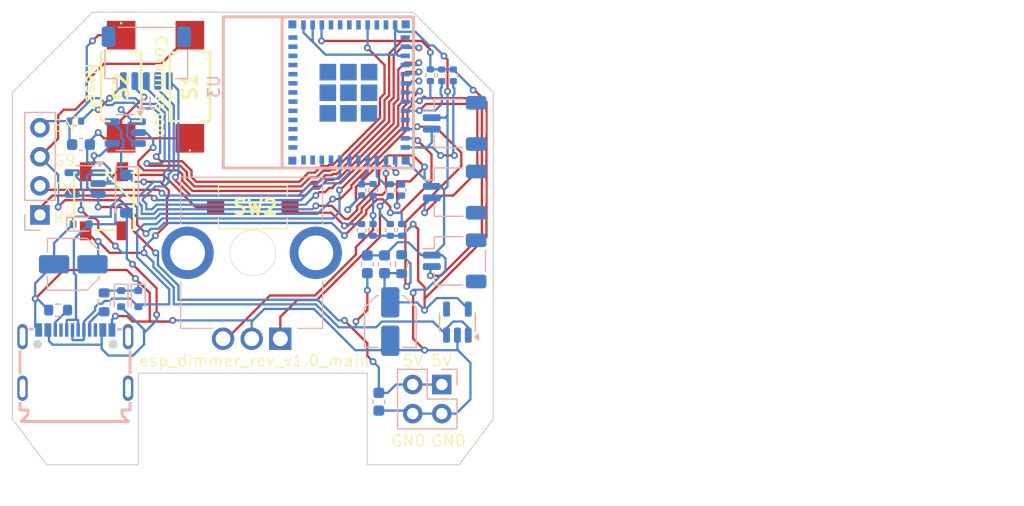
<source format=kicad_pcb>
(kicad_pcb (version 20240108) (generator "pcbnew") (generator_version "8.0")
  (layers (0 "F.Cu" signal) (31 "B.Cu" signal) (34 "B.Paste" user) (35 "F.Paste" user) (36 "B.SilkS" user "B.Silkscreen") (37 "F.SilkS" user "F.Silkscreen") (38 "B.Mask" user) (39 "F.Mask" user) (44 "Edge.Cuts" user))
  (net 0 "")
  (net 1 "GND")
  (net 2 "/D21")
  (net 3 "/D22")
  (net 4 "/D01")
  (net 5 "/D20")
  (net 6 "/D19")
  (net 7 "/D12")
  (net 8 "/D13")
  (net 13 "/D06")
  (net 14 "/D07")
  (net 17 "/D14")
  (net 18 "/EN")
  (net 20 "/D09")
  (net 22 "/D15")
  (net 24 "/D18")
  (net 25 "/UART_RXD")
  (net 29 "Net-(D1-A2)")
  (net 30 "+5V")
  (net 31 "Net-(USB1-CC1)")
  (net 32 "Net-(USB1-CC2)")
  (net 38 "/UART_TXD")
  (net 41 "Net-(U3-IO8)")
  (net 42 "Net-(R1-Pad2)")
  (net 43 "Net-(R2-Pad2)")
  (net 44 "+3.3V")
  (net 45 "Net-(D3-DIN)")
  (net 46 "Net-(J3-Pin_1)")
  (net 55 "unconnected-(U3-GND-Pad53)")
  (net 61 "unconnected-(U3-GND-Pad52)")
  (footprint "SparkFun-LED:WS2812_5050-4Pin" (layer "F.Cu") (at 154.5 56.5 90)
    (property "Reference" "D3")
    (property "Value" "LED: WS2812B_5050" (hide yes))
  )
  (footprint "button_ck:PTS636_SM25F_SMTR_LFS" (layer "F.Cu") (at 162 46.5 90)
    (property "Reference" "S1")
    (property "Value" "Switch: PTS636_SM25F_SMTR_LFS" (hide yes))
  )
  (footprint "button_diptronics:TAEF25SVTR" (layer "F.Cu") (at 167.5 57 180)
    (property "Reference" "SW2")
    (property "Value" "Encoder Button" (hide yes))
  )
  (footprint "button_ck:PTS636_SM25F_SMTR_LFS" (layer "F.Cu") (at 156 46.5 -90)
    (property "Reference" "S2")
    (property "Value" "Switch: PTS636_SM25F_SMTR_LFS" (hide yes))
  )
  (footprint "MountingHole:MountingHole_2.2mm_M2_DIN965" (layer "F.Cu") (at 150.5 46)
    (property "Reference" "H1" (hide yes))
    (property "Value" "MountingHole" (hide yes))
  )
  (footprint "Resistor_SMD:R_0402_1005Metric" (layer "B.Cu") (at 152 49.5 180)
    (property "Reference" "R14" (hide yes))
    (property "Value" "10k" (hide yes))
  )
  (footprint "Package_TO_SOT_SMD:SOT-23-5" (layer "B.Cu") (at 152.8625 54.95 180)
    (property "Reference" "U6" (hide yes))
    (property "Value" "LDO: SSP7603P50M5R" (hide yes))
  )
  (footprint "Package_TO_SOT_SMD:SOT-23-5" (layer "B.Cu") (at 156.3625 50.5 180)
    (property "Reference" "U4" (hide yes))
    (property "Value" "SN74LV1T125DBV" (hide yes))
  )
  (footprint "Connector_PinHeader_2.54mm:PinHeader_1x04_P2.54mm_Vertical" (layer "B.Cu") (at 148.913473 57.692336)
    (property "Reference" "J7" (hide yes))
    (property "Value" "Conn_01x04" (hide yes))
  )
  (footprint "Capacitor_SMD:C_0603_1608Metric" (layer "B.Cu") (at 179 62 -90)
    (property "Reference" "C7" (hide yes))
    (property "Value" "1u" (hide yes))
  )
  (footprint "Connector_PinHeader_2.54mm:PinHeader_2x02_P2.54mm_Vertical" (layer "B.Cu") (at 184 72.5 180)
    (property "Reference" "J3" (hide yes))
    (property "Value" "Plug_1" (hide yes))
  )
  (footprint "Resistor_SMD:R_0603_1608Metric" (layer "B.Cu") (at 154.515736 65.321941 -90)
    (property "Reference" "R5" (hide yes))
    (property "Value" "5.1k" (hide yes))
  )
  (footprint "Connector_JST:JST_SH_SM02B-SRSS-TB_1x02-1MP_P1.00mm_Horizontal" (layer "B.Cu") (at 185.125 61.7 -90)
    (property "Reference" "J4" (hide yes))
    (property "Value" "Conn_01x02" (hide yes))
  )
  (footprint "usb_jlc:USB-C-SMD_GT-USB-7016B" (layer "B.Cu") (at 152 70.279 180)
    (property "Reference" "USB1" (hide yes))
    (property "Value" "USB-C: GT-USB-7016" (hide yes))
    (fp_poly (pts (xy 3.7 1.3075) (xy 3.680423 1.431107) (xy 3.623607 1.542614) (xy 3.535114 1.631107) (xy 3.423607 1.687923) (xy 3.3 1.7075) (xy 3.176393 1.687923) (xy 3.064886 1.631107) (xy 2.976393 1.542614) (xy 2.919577 1.431107) (xy 2.9 1.3075) (xy 2.919577 1.183893) (xy 2.976393 1.072386) (xy 3.064886 0.983893) (xy 3.176393 0.927077) (xy 3.3 0.9075) (xy 3.423607 0.927077) (xy 3.535114 0.983893) (xy 3.623607 1.072386) (xy 3.680423 1.183893)) (fill solid) (layer "Edge.Cuts"))
    (fp_poly (pts (xy -2.9 1.3075) (xy -2.919577 1.431107) (xy -2.976393 1.542614) (xy -3.064886 1.631107) (xy -3.176393 1.687923) (xy -3.3 1.7075) (xy -3.423607 1.687923) (xy -3.535114 1.631107) (xy -3.623607 1.542614) (xy -3.680423 1.431107) (xy -3.7 1.3075) (xy -3.680423 1.183893) (xy -3.623607 1.072386) (xy -3.535114 0.983893) (xy -3.423607 0.927077) (xy -3.3 0.9075) (xy -3.176393 0.927077) (xy -3.064886 0.983893) (xy -2.976393 1.072386) (xy -2.919577 1.183893)) (fill solid) (layer "Edge.Cuts"))
  )
  (footprint "Capacitor_SMD:C_Elec_4x5.4" (layer "B.Cu") (at 179.5 67 -90)
    (property "Reference" "C4" (hide yes))
    (property "Value" "47uF 16V ±20%" (hide yes))
  )
  (footprint "Resistor_SMD:R_0402_1005Metric" (layer "B.Cu") (at 179.5 55.52 -90)
    (property "Reference" "R3" (hide yes))
    (property "Value" "10k" (hide yes))
  )
  (footprint "Resistor_SMD:R_0603_1608Metric" (layer "B.Cu") (at 150.5 66 180)
    (property "Reference" "R6" (hide yes))
    (property "Value" "5.1k" (hide yes))
  )
  (footprint "Capacitor_SMD:C_0603_1608Metric" (layer "B.Cu") (at 177.5 62 -90)
    (property "Reference" "C6" (hide yes))
    (property "Value" "1u" (hide yes))
  )
  (footprint "Capacitor_SMD:C_0603_1608Metric" (layer "B.Cu") (at 152.495248 51.544322 180)
    (property "Reference" "C5" (hide yes))
    (property "Value" "1u" (hide yes))
  )
  (footprint "Resistor_SMD:R_0402_1005Metric" (layer "B.Cu") (at 177 59 90)
    (property "Reference" "R7" (hide yes))
    (property "Value" "10k" (hide yes))
  )
  (footprint "Capacitor_SMD:C_0402_1005Metric" (layer "B.Cu") (at 177 55.5 90)
    (property "Reference" "C2" (hide yes))
    (property "Value" "0.01u" (hide yes))
  )
  (footprint "Resistor_SMD:R_0402_1005Metric" (layer "B.Cu") (at 185 45.5 -90)
    (property "Reference" "R11" (hide yes))
    (property "Value" "10k" (hide yes))
  )
  (footprint "Diode_SMD:D_SOD-123" (layer "B.Cu") (at 156.5 55.85 -90)
    (property "Reference" "D5" (hide yes))
    (property "Value" "1N5819HW-7-F" (hide yes))
  )
  (footprint "Resistor_SMD:R_0402_1005Metric" (layer "B.Cu") (at 184 45.5 -90)
    (property "Reference" "R10" (hide yes))
    (property "Value" "10k" (hide yes))
  )
  (footprint "Package_TO_SOT_SMD:SOT-23-5" (layer "B.Cu") (at 185.3625 67.05 90)
    (property "Reference" "U2" (hide yes))
    (property "Value" "LDO: SPX3819M5-L-3-3" (hide yes))
  )
  (footprint "Resistor_SMD:R_0402_1005Metric" (layer "B.Cu") (at 183 45.49 -90)
    (property "Reference" "R9" (hide yes))
    (property "Value" "10k" (hide yes))
  )
  (footprint "Capacitor_SMD:C_0402_1005Metric" (layer "B.Cu") (at 180.5 55.52 90)
    (property "Reference" "C1" (hide yes))
    (property "Value" "0.01u" (hide yes))
  )
  (footprint "Resistor_SMD:R_0402_1005Metric" (layer "B.Cu") (at 180.5 59 90)
    (property "Reference" "R8" (hide yes))
    (property "Value" "10k" (hide yes))
  )
  (footprint "Capacitor_SMD:C_0603_1608Metric" (layer "B.Cu") (at 178.5 74 90)
    (property "Reference" "C8" (hide yes))
    (property "Value" "1u" (hide yes))
  )
  (footprint "Diode_SMD:D_SOD-523" (layer "B.Cu") (at 157.5 65 -90)
    (property "Reference" "D2" (hide yes))
    (property "Value" "LESD5D5.0CT1G" (hide yes))
  )
  (footprint "bourns_encoder:PES1240SN0024" (layer "B.Cu") (at 169.9 68.5 180)
    (property "Reference" "U1" (hide yes))
    (property "Value" "Encoder: PES12-40S-N0024" (hide yes))
  )
  (footprint "Connector_JST:JST_SH_SM02B-SRSS-TB_1x02-1MP_P1.00mm_Horizontal" (layer "B.Cu") (at 185.125 49.7 -90)
    (property "Reference" "J6" (hide yes))
    (property "Value" "Conn_01x02" (hide yes))
  )
  (footprint "espressif_mcu:WIFIM-SMD_61P-L16.6-W13.2-P0.80-ESP32-C6-MINI-1-N4" (layer "B.Cu") (at 175.9 47 -90)
    (property "Reference" "U3")
    (property "Value" "ESP32-C6-MINI" (hide yes))
  )
  (footprint "Resistor_SMD:R_0402_1005Metric" (layer "B.Cu") (at 179.5 59 90)
    (property "Reference" "R2" (hide yes))
    (property "Value" "10k" (hide yes))
  )
  (footprint "Capacitor_SMD:C_Elec_4x5.4" (layer "B.Cu") (at 151.825 62 180)
    (property "Reference" "C3" (hide yes))
    (property "Value" "47uF 16V ±20%" (hide yes))
  )
  (footprint "Resistor_SMD:R_0603_1608Metric" (layer "B.Cu") (at 180.494224 61.992984 -90)
    (property "Reference" "R12" (hide yes))
    (property "Value" "3.3k" (hide yes))
  )
  (footprint "Resistor_SMD:R_0402_1005Metric" (layer "B.Cu") (at 178 59 90)
    (property "Reference" "R1" (hide yes))
    (property "Value" "10k" (hide yes))
  )
  (footprint "Connector_JST:JST_SH_SM05B-SRSS-TB_1x05-1MP_P1.00mm_Horizontal" (layer "B.Cu") (at 158.2 44)
    (property "Reference" "J1")
    (property "Value" "SM05B-SRSS-TB_LF__SN_" (hide yes))
  )
  (footprint "Resistor_SMD:R_0402_1005Metric" (layer "B.Cu") (at 178 55.5 90)
    (property "Reference" "R4" (hide yes))
    (property "Value" "10k" (hide yes))
  )
  (footprint "Diode_SMD:D_SOD-523" (layer "B.Cu") (at 156 65 -90)
    (property "Reference" "D1" (hide yes))
    (property "Value" "LESD5D5.0CT1G" (hide yes))
  )
  (footprint "Diode_SMD:D_SOD-523" (layer "B.Cu") (at 152.5 58.5)
    (property "Reference" "D4" (hide yes))
    (property "Value" "LESD5D5.0CT1G" (hide yes))
  )
  (footprint "Connector_JST:JST_SH_SM02B-SRSS-TB_1x02-1MP_P1.00mm_Horizontal" (layer "B.Cu") (at 185.125 55.7 -90)
    (property "Reference" "J5" (hide yes))
    (property "Value" "Conn_01x02" (hide yes))
  )
  (gr_circle (center 167.5 61) (end 169.5 61) (stroke (width 0.05)) (fill none) (layer "Edge.Cuts"))
  (gr_poly (pts (xy 188.5 47) (xy 188.5 75.5) (xy 185.5 79.5) (xy 177.5 79.5) (xy 177.5 71.5) (xy 157.5 71.5) (xy 157.5 79.5) (xy 149.5 79.5) (xy 146.5 75.5) (xy 146.5 56) (xy 146.5 52) (xy 146.5 47) (xy 153.5 40) (xy 181.5 40)) (stroke (width 0.1)) (fill none) (layer "Edge.Cuts"))
  (gr_text "TX" (at 150 56 0) (layer "F.SilkS") (effects (font (size 1 1) (thickness 0.1)) (justify left bottom)))
  (gr_text "5V" (at 183 71 0) (layer "F.SilkS") (effects (font (size 1 1) (thickness 0.1)) (justify left bottom)))
  (gr_text "EN" (at 150 50.5 0) (layer "F.SilkS") (effects (font (size 1 1) (thickness 0.1)) (justify left bottom)))
  (gr_text "GND" (at 179.5 78 0) (layer "F.SilkS") (effects (font (size 1 1) (thickness 0.1)) (justify left bottom)))
  (gr_text "G9" (at 150 53.5 0) (layer "F.SilkS") (effects (font (size 1 1) (thickness 0.1)) (justify left bottom)))
  (gr_text "5V" (at 180.5 71 0) (layer "F.SilkS") (effects (font (size 1 1) (thickness 0.1)) (justify left bottom)))
  (gr_text "RX" (at 150 58.5 0) (layer "F.SilkS") (effects (font (size 1 1) (thickness 0.1)) (justify left bottom)))
  (gr_text "esp_dimmer_rev_v1.0_main" (at 157.5 71 0) (layer "F.SilkS") (effects (font (size 1 1) (thickness 0.1)) (justify left bottom)))
  (gr_text "GND" (at 183 78 0) (layer "F.SilkS") (effects (font (size 1 1) (thickness 0.1)) (justify left bottom)))
  (segment (start 180.670888 54.762159) (end 180.097922 54.762159) (width 0.2) (layer "F.Cu") (net 1))
  (segment (start 162.5 57) (end 159.7 54.2) (width 0.2) (layer "F.Cu") (net 1))
  (segment (start 151 62.5) (end 148.5 65) (width 0.2) (layer "F.Cu") (net 1))
  (segment (start 176.2 56.820099) (end 176.2 56.784468) (width 0.2) (layer "F.Cu") (net 1))
  (segment (start 156 51) (end 154.5 51) (width 0.2) (layer "F.Cu") (net 1))
  (segment (start 156 49.4) (end 156 51) (width 0.2) (layer "F.Cu") (net 1))
  (segment (start 176.2 56.784468) (end 176.5 56.484468) (width 0.2) (layer "F.Cu") (net 1))
  (segment (start 156.99916 67) (end 160.4 67) (width 0.2) (layer "F.Cu") (net 1))
  (segment (start 155.5 66.524265) (end 156.523425 66.524265) (width 0.2) (layer "F.Cu") (net 1))
  (segment (start 175.78168 57.238419) (end 176.2 56.820099) (width 0.2) (layer "F.Cu") (net 1))
  (segment (start 180.670888 54.762159) (end 181.237841 54.762159) (width 0.2) (layer "F.Cu") (net 1))
  (segment (start 160.4 67) (end 160.5 66.9) (width 0.2) (layer "F.Cu") (net 1))
  (segment (start 176.5 55.275583) (end 179.275583 52.5) (width 0.2) (layer "F.Cu") (net 1))
  (segment (start 184.5 46.9) (end 184.5 44.131372) (width 0.2) (layer "F.Cu") (net 1))
  (segment (start 181.5 52.5) (end 182.5 53.5) (width 0.2) (layer "F.Cu") (net 1))
  (segment (start 164.25 57) (end 162.5 57) (width 0.2) (layer "F.Cu") (net 1))
  (segment (start 161 50.6) (end 161.5 51.1) (width 0.2) (layer "F.Cu") (net 1))
  (segment (start 179.275583 52.5) (end 181.5 52.5) (width 0.2) (layer "F.Cu") (net 1))
  (segment (start 158 47.4) (end 156.45 48.95) (width 0.2) (layer "F.Cu") (net 1))
  (segment (start 159.7 54.2) (end 156.377 54.2) (width 0.2) (layer "F.Cu") (net 1))
  (segment (start 162 51) (end 161 52) (width 0.2) (layer "F.Cu") (net 1))
  (segment (start 156.45 48.95) (end 156 49.4) (width 0.2) (layer "F.Cu") (net 1))
  (segment (start 157.25 63.25) (end 156.5 62.5) (width 0.2) (layer "F.Cu") (net 1))
  (segment (start 158.5 67) (end 160.4 67) (width 0.2) (layer "F.Cu") (net 1))
  (segment (start 180.097922 54.762159) (end 180.097922 56.9) (width 0.2) (layer "F.Cu") (net 1))
  (segment (start 156 48.5) (end 156.45 48.95) (width 0.2) (layer "F.Cu") (net 1))
  (segment (start 155.648088 53.923) (end 155.038835 54.532253) (width 0.2) (layer "F.Cu") (net 1))
  (segment (start 181.237841 54.762159) (end 182.5 53.5) (width 0.2) (layer "F.Cu") (net 1))
  (segment (start 156.5 62.5) (end 151 62.5) (width 0.2) (layer "F.Cu") (net 1))
  (segment (start 156.523425 66.524265) (end 156.99916 67) (width 0.2) (layer "F.Cu") (net 1))
  (segment (start 182.5 69.5) (end 181.5 68.5) (width 0.2) (layer "F.Cu") (net 1))
  (segment (start 184.5 44.131372) (end 184.184314 43.815686) (width 0.2) (layer "F.Cu") (net 1))
  (segment (start 181.5 68.5) (end 181.5 64.5) (width 0.2) (layer "F.Cu") (net 1))
  (segment (start 176.5 56.484468) (end 176.5 55.275583) (width 0.2) (layer "F.Cu") (net 1))
  (segment (start 158.5 64.5) (end 158.5 67) (width 0.2) (layer "F.Cu") (net 1))
  (segment (start 154.5 51) (end 154 50.5) (width 0.2) (layer "F.Cu") (net 1))
  (segment (start 156.1 53.923) (end 155.648088 53.923) (width 0.2) (layer "F.Cu") (net 1))
  (segment (start 162.6 52) (end 162.5 52.1) (width 0.2) (layer "F.Cu") (net 1))
  (segment (start 156.377 54.2) (end 156.1 53.923) (width 0.2) (layer "F.Cu") (net 1))
  (segment (start 157.25 63.25) (end 158.5 64.5) (width 0.2) (layer "F.Cu") (net 1))
  (segment (start 184.184314 43.815686) (end 184.315686 43.815686) (width 0.2) (layer "F.Cu") (net 1))
  (segment (start 162 51) (end 156 51) (width 0.2) (layer "F.Cu") (net 1))
  (via (at 175.78168 57.238419) (size 0.6) (drill 0.3) (layers "F.Cu" "B.Cu") (net 1))
  (via (at 155.038835 54.532253) (size 0.6) (drill 0.3) (layers "F.Cu" "B.Cu") (net 1))
  (via (at 184.5 46.9) (size 0.6) (drill 0.3) (layers "F.Cu" "B.Cu") (net 1))
  (via (at 184.184314 43.815686) (size 0.6) (drill 0.3) (layers "F.Cu" "B.Cu") (net 1))
  (via (at 180.097922 56.9) (size 0.6) (drill 0.3) (layers "F.Cu" "B.Cu") (net 1))
  (via (at 155.5 66.524265) (size 0.6) (drill 0.3) (layers "F.Cu" "B.Cu") (net 1))
  (via (at 181.5 64.5) (size 0.6) (drill 0.3) (layers "F.Cu" "B.Cu") (net 1))
  (via (at 148.5 65) (size 0.6) (drill 0.3) (layers "F.Cu" "B.Cu") (net 1))
  (via (at 182.5 53.5) (size 0.6) (drill 0.3) (layers "F.Cu" "B.Cu") (net 1))
  (via (at 182.5 69.5) (size 0.6) (drill 0.3) (layers "F.Cu" "B.Cu") (net 1))
  (via (at 158 47.4) (size 0.6) (drill 0.3) (layers "F.Cu" "B.Cu") (net 1))
  (via (at 154 50.5) (size 0.6) (drill 0.3) (layers "F.Cu" "B.Cu") (net 1))
  (via (at 160.5 66.9) (size 0.6) (drill 0.3) (layers "F.Cu" "B.Cu") (net 1))
  (via (at 156 48.5) (size 0.6) (drill 0.3) (layers "F.Cu" "B.Cu") (net 1))
  (via (at 157.25 63.25) (size 0.6) (drill 0.3) (layers "F.Cu" "B.Cu") (net 1))
  (segment (start 184.3 49.2) (end 184.5 49) (width 0.2) (layer "B.Cu") (net 1))
  (segment (start 154.662499 54.95) (end 154 54.95) (width 0.2) (layer "B.Cu") (net 1))
  (segment (start 155.2 66.824265) (end 155.2 67.7365) (width 0.2) (layer "B.Cu") (net 1))
  (segment (start 157.2 46.6) (end 157.2 46) (width 0.2) (layer "B.Cu") (net 1))
  (segment (start 185.4 69.5) (end 185.7 69.8) (width 0.2) (layer "B.Cu") (net 1))
  (segment (start 179.925 41.425) (end 180.2 41.7) (width 0.2) (layer "B.Cu") (net 1))
  (segment (start 156.296101 55.789518) (end 155.456582 54.95) (width 0.2) (layer "B.Cu") (net 1))
  (segment (start 167.5 66.9) (end 168.5 65.9) (width 0.2) (layer "B.Cu") (net 1))
  (segment (start 183.25 61.2) (end 182.2 61.2) (width 0.2) (layer "B.Cu") (net 1))
  (segment (start 176.434314 69.5) (end 178.675 69.5) (width 0.2) (layer "B.Cu") (net 1))
  (segment (start 160.5 66.9) (end 167.5 66.9) (width 0.2) (layer "B.Cu") (net 1))
  (segment (start 183.125 55.2) (end 183.9 55.2) (width 0.2) (layer "B.Cu") (net 1))
  (segment (start 184.325 61.500001) (end 184.024999 61.2) (width 0.2) (layer "B.Cu") (net 1))
  (segment (start 153.270248 51.229752) (end 154 50.5) (width 0.2) (layer "B.Cu") (net 1))
  (segment (start 157.5 63.5) (end 157.5 64.3) (width 0.2) (layer "B.Cu") (net 1))
  (segment (start 155.038835 54.532253) (end 155.038835 53.735783) (width 0.2) (layer "B.Cu") (net 1))
  (segment (start 178.675 69.5) (end 179.5 68.675) (width 0.2) (layer "B.Cu") (net 1))
  (segment (start 178.5 74.775) (end 181.195 74.775) (width 0.2) (layer "B.Cu") (net 1))
  (segment (start 180.097922 56.402078) (end 180.5 56) (width 0.2) (layer "B.Cu") (net 1))
  (segment (start 181.5 64.219539) (end 182.646013 64.219539) (width 0.2) (layer "B.Cu") (net 1))
  (segment (start 148.5 65) (end 148.5 67.4365) (width 0.2) (layer "B.Cu") (net 1))
  (segment (start 180.875 52.95) (end 180.85 52.95) (width 0.2) (layer "B.Cu") (net 1))
  (segment (start 155.038835 54.573664) (end 155.038835 54.532253) (width 0.2) (layer "B.Cu") (net 1))
  (segment (start 172.725 42.573529) (end 171.925001 41.77353) (width 0.2) (layer "B.Cu") (net 1))
  (segment (start 185.3625 69.4625) (end 185.3625 68.1875) (width 0.2) (layer "B.Cu") (net 1))
  (segment (start 179.95 43.55) (end 179.8 43.7) (width 0.2) (layer "B.Cu") (net 1))
  (segment (start 171.925001 41.77353) (end 171.925001 41.1) (width 0.2) (layer "B.Cu") (net 1))
  (segment (start 181.08 60.08) (end 180.145 60.08) (width 0.2) (layer "B.Cu") (net 1))
  (segment (start 184.024999 61.2) (end 183.25 61.2) (width 0.2) (layer "B.Cu") (net 1))
  (segment (start 184.2 60.25) (end 183.25 61.2) (width 0.2) (layer "B.Cu") (net 1))
  (segment (start 154.662499 54.95) (end 155.038835 54.573664) (width 0.2) (layer "B.Cu") (net 1))
  (segment (start 172.725 42.573529) (end 172.725 41.1) (width 0.2) (layer "B.Cu") (net 1))
  (segment (start 175.78168 57.19832) (end 177 55.98) (width 0.2) (layer "B.Cu") (net 1))
  (segment (start 182.5 69.5) (end 185.4 69.5) (width 0.2) (layer "B.Cu") (net 1))
  (segment (start 184 75.04) (end 181.46 75.04) (width 0.2) (layer "B.Cu") (net 1))
  (segment (start 155.925 64.175) (end 156 64.1) (width 0.2) (layer "B.Cu") (net 1))
  (segment (start 148.5 65) (end 148.675 65) (width 0.2) (layer "B.Cu") (net 1))
  (segment (start 156 64.3) (end 154.712677 64.3) (width 0.2) (layer "B.Cu") (net 1))
  (segment (start 158 51.6) (end 158 51.434314) (width 0.2) (layer "B.Cu") (net 1))
  (segment (start 148.675 65) (end 149.675 66) (width 0.2) (layer "B.Cu") (net 1))
  (segment (start 153.119322 53.119322) (end 153.0375 53.0375) (width 0.2) (layer "B.Cu") (net 1))
  (segment (start 182.2 61.2) (end 181.08 60.08) (width 0.2) (layer "B.Cu") (net 1))
  (segment (start 180.2 43.8) (end 179.95 43.55) (width 0.2) (layer "B.Cu") (net 1))
  (segment (start 181.195 74.775) (end 181.46 75.04) (width 0.2) (layer "B.Cu") (net 1))
  (segment (start 154.422374 53.119322) (end 153.119322 53.119322) (width 0.2) (layer "B.Cu") (net 1))
  (segment (start 156.5375 49.850001) (end 156.837501 49.55) (width 0.2) (layer "B.Cu") (net 1))
  (segment (start 183.9 55.2) (end 184.2 55.5) (width 0.2) (layer "B.Cu") (net 1))
  (segment (start 155.5 66.524265) (end 155.2 66.824265) (width 0.2) (layer "B.Cu") (net 1))
  (segment (start 185.7 69.8) (end 185.3625 69.4625) (width 0.2) (layer "B.Cu") (net 1))
  (segment (start 180.145 60.08) (end 179 61.225) (width 0.2) (layer "B.Cu") (net 1))
  (segment (start 185.255 75.04) (end 186.5 73.795) (width 0.2) (layer "B.Cu") (net 1))
  (segment (start 179.925 43.525) (end 179.925 41.1) (width 0.2) (layer "B.Cu") (net 1))
  (segment (start 186.5 70.6) (end 185.7 69.8) (width 0.2) (layer "B.Cu") (net 1))
  (segment (start 179.925 41.1) (end 179.925 41.425) (width 0.2) (layer "B.Cu") (net 1))
  (segment (start 148.5 65) (end 148.5 63.65) (width 0.2) (layer "B.Cu") (net 1))
  (segment (start 153.0375 53.0375) (end 153.0375 51.77707) (width 0.2) (layer "B.Cu") (net 1))
  (segment (start 182.9 42.9) (end 183.268628 42.9) (width 0.2) (layer "B.Cu") (net 1))
  (segment (start 157.5 49.55) (end 157.05 49.55) (width 0.2) (layer "B.Cu") (net 1))
  (segment (start 182.5 54.5) (end 182.4625 54.5375) (width 0.2) (layer "B.Cu") (net 1))
  (segment (start 179.95 43.55) (end 179.925 43.525) (width 0.2) (layer "B.Cu") (net 1))
  (segment (start 181.5 64.5) (end 181.5 64.219539) (width 0.2) (layer "B.Cu") (net 1))
  (segment (start 155.456582 54.95) (end 154.662499 54.95) (width 0.2) (layer "B.Cu") (net 1))
  (segment (start 168.5 65.9) (end 172.834314 65.9) (width 0.2) (layer "B.Cu") (net 1))
  (segment (start 173.851471 43.7) (end 172.725 42.573529) (width 0.2) (layer "B.Cu") (net 1))
  (segment (start 151.8 58.5) (end 150.15 60.15) (width 0.2) (layer "B.Cu") (net 1))
  (segment (start 155.1 56.985619) (end 156.296101 55.789518) (width 0.2) (layer "B.Cu") (net 1))
  (segment (start 158 47.4) (end 157.2 46.6) (width 0.2) (layer "B.Cu") (net 1))
  (segment (start 184.2 55.5) (end 184.5 55.2) (width 0.2) (layer "B.Cu") (net 1))
  (segment (start 148.5 67.4365) (end 148.8 67.7365) (width 0.2) (layer "B.Cu") (net 1))
  (segment (start 157.05 49.55) (end 156 48.5) (width 0.2) (layer "B.Cu") (net 1))
  (segment (start 184.5 55.2) (end 184.5 49) (width 0.2) (layer "B.Cu") (net 1))
  (segment (start 167.4 67) (end 167.5 66.9) (width 0.2) (layer "B.Cu") (net 1))
  (segment (start 151.8 58) (end 151.95 57.85) (width 0.2) (layer "B.Cu") (net 1))
  (segment (start 186.5 73.795) (end 186.5 70.6) (width 0.2) (layer "B.Cu") (net 1))
  (segment (start 184.2 55.5) (end 184.2 60.25) (width 0.2) (layer "B.Cu") (net 1))
  (segment (start 151.8 58.5) (end 151.8 58) (width 0.2) (layer "B.Cu") (net 1))
  (segment (start 156.837501 49.55) (end 157.5 49.55) (width 0.2) (layer "B.Cu") (net 1))
  (segment (start 183.268628 42.9) (end 184.184314 43.815686) (width 0.2) (layer "B.Cu") (net 1))
  (segment (start 184.325 62.540552) (end 184.325 61.500001) (width 0.2) (layer "B.Cu") (net 1))
  (segment (start 150.15 60.15) (end 150.15 62) (width 0.2) (layer "B.Cu") (net 1))
  (segment (start 180.097922 56.9) (end 180.097922 56.402078) (width 0.2) (layer "B.Cu") (net 1))
  (segment (start 182.4625 54.5375) (end 180.875 52.95) (width 0.2) (layer "B.Cu") (net 1))
  (segment (start 184 75.04) (end 185.255 75.04) (width 0.2) (layer "B.Cu") (net 1))
  (segment (start 157.25 63.25) (end 157.5 63.5) (width 0.2) (layer "B.Cu") (net 1))
  (segment (start 179 61.225) (end 177.5 61.225) (width 0.2) (layer "B.Cu") (net 1))
  (segment (start 154.712677 64.3) (end 154.515736 64.496941) (width 0.2) (layer "B.Cu") (net 1))
  (segment (start 180.2 41.7) (end 181.7 41.7) (width 0.2) (layer "B.Cu") (net 1))
  (segment (start 155.038835 53.735783) (end 154.422374 53.119322) (width 0.2) (layer "B.Cu") (net 1))
  (segment (start 184.5 49) (end 184.5 46.9) (width 0.2) (layer "B.Cu") (net 1))
  (segment (start 179.5 68.675) (end 180.325 69.5) (width 0.2) (layer "B.Cu") (net 1))
  (segment (start 156.5375 50.840552) (end 156.5375 49.850001) (width 0.2) (layer "B.Cu") (net 1))
  (segment (start 182.5 53.5) (end 182.5 54.5) (width 0.2) (layer "B.Cu") (net 1))
  (segment (start 180.325 69.5) (end 182.5 69.5) (width 0.2) (layer "B.Cu") (net 1))
  (segment (start 148.5 63.65) (end 150.15 62) (width 0.2) (layer "B.Cu") (net 1))
  (segment (start 172.834314 65.9) (end 176.434314 69.5) (width 0.2) (layer "B.Cu") (net 1))
  (segment (start 157.5 51.45) (end 157.146948 51.45) (width 0.2) (layer "B.Cu") (net 1))
  (segment (start 155.1 57.85) (end 155.1 56.985619) (width 0.2) (layer "B.Cu") (net 1))
  (segment (start 180.8 43.8) (end 180.2 43.8) (width 0.2) (layer "B.Cu") (net 1))
  (segment (start 182.646013 64.219539) (end 184.325 62.540552) (width 0.2) (layer "B.Cu") (net 1))
  (segment (start 181.7 41.7) (end 182.9 42.9) (width 0.2) (layer "B.Cu") (net 1))
  (segment (start 183.125 55.2) (end 182.4625 54.5375) (width 0.2) (layer "B.Cu") (net 1))
  (segment (start 153.270248 51.544322) (end 153.270248 51.229752) (width 0.2) (layer "B.Cu") (net 1))
  (segment (start 157.146948 51.45) (end 156.5375 50.840552) (width 0.2) (layer "B.Cu") (net 1))
  (segment (start 183.125 49.2) (end 184.3 49.2) (width 0.2) (layer "B.Cu") (net 1))
  (segment (start 153.0375 51.77707) (end 153.270248 51.544322) (width 0.2) (layer "B.Cu") (net 1))
  (segment (start 167.4 68.5) (end 167.4 67) (width 0.2) (layer "B.Cu") (net 1))
  (segment (start 175.78168 57.238419) (end 175.78168 57.19832) (width 0.2) (layer "B.Cu") (net 1))
  (segment (start 179.8 43.7) (end 173.851471 43.7) (width 0.2) (layer "B.Cu") (net 1))
  (segment (start 151.95 57.85) (end 155.1 57.85) (width 0.2) (layer "B.Cu") (net 1))
  (segment (start 157.5 64.3) (end 156 64.3) (width 0.2) (layer "B.Cu") (net 1))
  (segment (start 178.325 52.9) (end 178.325 54.325) (width 0.2) (layer "B.Cu") (net 2))
  (segment (start 180.47 55.01) (end 180.5 55.04) (width 0.2) (layer "B.Cu") (net 2))
  (segment (start 178.325 54.325) (end 179.01 55.01) (width 0.2) (layer "B.Cu") (net 2))
  (segment (start 179.01 55.01) (end 180.47 55.01) (width 0.2) (layer "B.Cu") (net 2))
  (segment (start 177.525001 53.974999) (end 177 54.5) (width 0.2) (layer "B.Cu") (net 3))
  (segment (start 177.525001 53.974999) (end 177.525001 52.9) (width 0.2) (layer "B.Cu") (net 3))
  (segment (start 177.97 54.99) (end 178 55.02) (width 0.2) (layer "B.Cu") (net 3))
  (segment (start 177.5 52.925001) (end 177.525001 52.9) (width 0.2) (layer "B.Cu") (net 3))
  (segment (start 177 54.99) (end 177.97 54.99) (width 0.2) (layer "B.Cu") (net 3))
  (segment (start 177 54.5) (end 177 54.99) (width 0.2) (layer "B.Cu") (net 3))
  (segment (start 157.5 53) (end 158.689728 51.810272) (width 0.2) (layer "F.Cu") (net 4))
  (segment (start 172.687116 54.8) (end 171.887116 55.6) (width 0.2) (layer "F.Cu") (net 4))
  (segment (start 179.8 43.765686) (end 179.8 47.437256) (width 0.2) (layer "F.Cu") (net 4))
  (segment (start 179.4 47.837256) (end 179.4 49.547154) (width 0.2) (layer "F.Cu") (net 4))
  (segment (start 174.379289 54.227819) (end 173.813602 54.227819) (width 0.2) (layer "F.Cu") (net 4))
  (segment (start 157.994632 53.8) (end 157.5 53.305368) (width 0.2) (layer "F.Cu") (net 4))
  (segment (start 174.825402 54.121752) (end 174.485356 54.121752) (width 0.2) (layer "F.Cu") (net 4))
  (segment (start 173.241421 54.8) (end 172.687116 54.8) (width 0.2) (layer "F.Cu") (net 4))
  (segment (start 174.485356 54.121752) (end 174.379289 54.227819) (width 0.2) (layer "F.Cu") (net 4))
  (segment (start 160.997056 53.8) (end 157.994632 53.8) (width 0.2) (layer "F.Cu") (net 4))
  (segment (start 171.887116 55.6) (end 162.231372 55.6) (width 0.2) (layer "F.Cu") (net 4))
  (segment (start 179.8 47.437256) (end 179.4 47.837256) (width 0.2) (layer "F.Cu") (net 4))
  (segment (start 158.689728 51.810272) (end 158.8 51.810272) (width 0.2) (layer "F.Cu") (net 4))
  (segment (start 157.5 53.305368) (end 157.5 53) (width 0.2) (layer "F.Cu") (net 4))
  (segment (start 173.813602 54.227819) (end 173.241421 54.8) (width 0.2) (layer "F.Cu") (net 4))
  (segment (start 182 43.1) (end 180.465686 43.1) (width 0.2) (layer "F.Cu") (net 4))
  (segment (start 179.4 49.547154) (end 174.825402 54.121752) (width 0.2) (layer "F.Cu") (net 4))
  (segment (start 162.231372 55.6) (end 161.348527 54.717155) (width 0.2) (layer "F.Cu") (net 4))
  (segment (start 161.348527 54.151471) (end 160.997056 53.8) (width 0.2) (layer "F.Cu") (net 4))
  (segment (start 180.465686 43.1) (end 179.8 43.765686) (width 0.2) (layer "F.Cu") (net 4))
  (segment (start 161.348527 54.717155) (end 161.348527 54.151471) (width 0.2) (layer "F.Cu") (net 4))
  (via (at 182 43.1) (size 0.6) (drill 0.3) (layers "F.Cu" "B.Cu") (net 4))
  (via (at 158.8 51.810272) (size 0.6) (drill 0.3) (layers "F.Cu" "B.Cu") (net 4))
  (segment (start 158.162499 50.5) (end 157.5 50.5) (width 0.2) (layer "B.Cu") (net 4))
  (segment (start 181.9 43) (end 180.8 43) (width 0.2) (layer "B.Cu") (net 4))
  (segment (start 158.8 51.810272) (end 158.8 51.137501) (width 0.2) (layer "B.Cu") (net 4))
  (segment (start 158.8 51.137501) (end 158.162499 50.5) (width 0.2) (layer "B.Cu") (net 4))
  (segment (start 182 43.1) (end 181.9 43) (width 0.2) (layer "B.Cu") (net 4))
  (segment (start 178.819945 55.930055) (end 179.124999 55.625001) (width 0.2) (layer "F.Cu") (net 5))
  (segment (start 177 57.11584) (end 178.185785 55.930055) (width 0.2) (layer "F.Cu") (net 5))
  (segment (start 178.185785 55.930055) (end 178.819945 55.930055) (width 0.2) (layer "F.Cu") (net 5))
  (segment (start 171.25 57.5) (end 170.75 57) (width 0.2) (layer "F.Cu") (net 5))
  (segment (start 177 57.434314) (end 177 57.11584) (width 0.2) (layer "F.Cu") (net 5))
  (segment (start 175.4879 58.639371) (end 175.794943 58.639371) (width 0.2) (layer "F.Cu") (net 5))
  (segment (start 175.794943 58.639371) (end 177 57.434314) (width 0.2) (layer "F.Cu") (net 5))
  (segment (start 179.124999 55.625001) (end 179.124999 54.064799) (width 0.2) (layer "F.Cu") (net 5))
  (segment (start 175.4879 58.639371) (end 174.348529 57.5) (width 0.2) (layer "F.Cu") (net 5))
  (segment (start 174.348529 57.5) (end 171.25 57.5) (width 0.2) (layer "F.Cu") (net 5))
  (via (at 179.124999 54.064799) (size 0.6) (drill 0.3) (layers "F.Cu" "B.Cu") (net 5))
  (via (at 175.4879 58.639371) (size 0.6) (drill 0.3) (layers "F.Cu" "B.Cu") (net 5))
  (segment (start 179.124999 54.064799) (end 179.124999 52.9) (width 0.2) (layer "B.Cu") (net 5))
  (segment (start 175.637271 58.49) (end 177 58.49) (width 0.2) (layer "B.Cu") (net 5))
  (segment (start 175.4879 58.639371) (end 175.637271 58.49) (width 0.2) (layer "B.Cu") (net 5))
  (segment (start 174.4 56.9) (end 175.539371 58.039371) (width 0.2) (layer "F.Cu") (net 6))
  (segment (start 178.524999 55.025155) (end 178.524999 53.81627) (width 0.2) (layer "F.Cu") (net 6))
  (segment (start 176.6 56.950154) (end 178.524999 55.025155) (width 0.2) (layer "F.Cu") (net 6))
  (segment (start 175.539371 58.039371) (end 175.829257 58.039371) (width 0.2) (layer "F.Cu") (net 6))
  (segment (start 176.6 57.268628) (end 176.6 56.950154) (width 0.2) (layer "F.Cu") (net 6))
  (segment (start 175.829257 58.039371) (end 176.6 57.268628) (width 0.2) (layer "F.Cu") (net 6))
  (segment (start 178.87647 53.464799) (end 179.464799 53.464799) (width 0.2) (layer "F.Cu") (net 6))
  (segment (start 179.464799 53.464799) (end 180 54) (width 0.2) (layer "F.Cu") (net 6))
  (segment (start 178.524999 53.81627) (end 178.87647 53.464799) (width 0.2) (layer "F.Cu") (net 6))
  (segment (start 173 56.9) (end 174.4 56.9) (width 0.2) (layer "F.Cu") (net 6))
  (via (at 173 56.9) (size 0.6) (drill 0.3) (layers "F.Cu" "B.Cu") (net 6))
  (via (at 180 54) (size 0.6) (drill 0.3) (layers "F.Cu" "B.Cu") (net 6))
  (segment (start 158.2 46.6) (end 160.2 48.6) (width 0.2) (layer "B.Cu") (net 6))
  (segment (start 159.748527 54.685787) (end 159.636766 54.797548) (width 0.2) (layer "B.Cu") (net 6))
  (segment (start 158.834314 54.797548) (end 157.5 56.131862) (width 0.2) (layer "B.Cu") (net 6))
  (segment (start 160.2 53.534312) (end 159.748527 53.985785) (width 0.2) (layer "B.Cu") (net 6))
  (segment (start 180 54) (end 180 52.975) (width 0.2) (layer "B.Cu") (net 6))
  (segment (start 159.636766 54.797548) (end 158.834314 54.797548) (width 0.2) (layer "B.Cu") (net 6))
  (segment (start 158.851471 57.6) (end 159.253923 57.197548) (width 0.2) (layer "B.Cu") (net 6))
  (segment (start 158.2 46) (end 158.2 46.6) (width 0.2) (layer "B.Cu") (net 6))
  (segment (start 180 52.975) (end 179.925 52.9) (width 0.2) (layer "B.Cu") (net 6))
  (segment (start 157.5 56.585618) (end 157.8 56.885618) (width 0.2) (layer "B.Cu") (net 6))
  (segment (start 157.8 57.6) (end 158.851471 57.6) (width 0.2) (layer "B.Cu") (net 6))
  (segment (start 159.748527 53.985785) (end 159.748527 54.685787) (width 0.2) (layer "B.Cu") (net 6))
  (segment (start 159.253923 57.197548) (end 172.702452 57.197548) (width 0.2) (layer "B.Cu") (net 6))
  (segment (start 160.2 48.6) (end 160.2 53.534312) (width 0.2) (layer "B.Cu") (net 6))
  (segment (start 157.8 56.885618) (end 157.8 57.6) (width 0.2) (layer "B.Cu") (net 6))
  (segment (start 172.702452 57.197548) (end 173 56.9) (width 0.2) (layer "B.Cu") (net 6))
  (segment (start 157.5 56.131862) (end 157.5 56.585618) (width 0.2) (layer "B.Cu") (net 6))
  (segment (start 180.6 48.334314) (end 181 47.934314) (width 0.2) (layer "F.Cu") (net 7))
  (segment (start 175.065256 55.521752) (end 175.12246 55.521752) (width 0.2) (layer "F.Cu") (net 7))
  (segment (start 181.5 46) (end 182 46) (width 0.2) (layer "F.Cu") (net 7))
  (segment (start 181 46.5) (end 181.5 46) (width 0.2) (layer "F.Cu") (net 7))
  (segment (start 175.12246 55.521752) (end 180.6 50.044212) (width 0.2) (layer "F.Cu") (net 7))
  (segment (start 180.6 50.044212) (end 180.6 48.334314) (width 0.2) (layer "F.Cu") (net 7))
  (segment (start 181 47.934314) (end 181 46.5) (width 0.2) (layer "F.Cu") (net 7))
  (via (at 175.065256 55.521752) (size 0.6) (drill 0.3) (layers "F.Cu" "B.Cu") (net 7))
  (via (at 182 46) (size 0.6) (drill 0.3) (layers "F.Cu" "B.Cu") (net 7))
  (segment (start 154.562373 65.196941) (end 155.003384 65.196941) (width 0.2) (layer "B.Cu") (net 7))
  (segment (start 152.75 67.009314) (end 153.740736 66.018578) (width 0.2) (layer "B.Cu") (net 7))
  (segment (start 151.75 67.7365) (end 151.75 68.5715) (width 0.2) (layer "B.Cu") (net 7))
  (segment (start 156.8 65) (end 157.5 65.7) (width 0.2) (layer "B.Cu") (net 7))
  (segment (start 159.585295 57.997548) (end 174.502452 57.997548) (width 0.2) (layer "B.Cu") (net 7))
  (segment (start 160.2 65.5) (end 160.2 64.181458) (width 0.2) (layer "B.Cu") (net 7))
  (segment (start 152.75 68.5715) (end 152.75 67.7365) (width 0.2) (layer "B.Cu") (net 7))
  (segment (start 175.065256 57.434744) (end 175.065256 55.521752) (width 0.2) (layer "B.Cu") (net 7))
  (segment (start 154.312373 65.446941) (end 154.562373 65.196941) (width 0.2) (layer "B.Cu") (net 7))
  (segment (start 153.740736 66.018578) (end 153.740736 65.734293) (width 0.2) (layer "B.Cu") (net 7))
  (segment (start 154.028088 65.446941) (end 154.312373 65.446941) (width 0.2) (layer "B.Cu") (net 7))
  (segment (start 151.8 68.6215) (end 152.7 68.6215) (width 0.2) (layer "B.Cu") (net 7))
  (segment (start 152.7 68.6215) (end 152.75 68.5715) (width 0.2) (layer "B.Cu") (net 7))
  (segment (start 158 58.5) (end 159.082843 58.5) (width 0.2) (layer "B.Cu") (net 7))
  (segment (start 155.003384 65.196941) (end 155.200325 65) (width 0.2) (layer "B.Cu") (net 7))
  (segment (start 157.4 61.381458) (end 157.4 59.1) (width 0.2) (layer "B.Cu") (net 7))
  (segment (start 152.75 67.7365) (end 152.75 67.009314) (width 0.2) (layer "B.Cu") (net 7))
  (segment (start 157.7 65.7) (end 157.9 65.5) (width 0.2) (layer "B.Cu") (net 7))
  (segment (start 181.4 46) (end 181.2 46.2) (width 0.2) (layer "B.Cu") (net 7))
  (segment (start 157.9 65.5) (end 160.2 65.5) (width 0.2) (layer "B.Cu") (net 7))
  (segment (start 155.200325 65) (end 156.8 65) (width 0.2) (layer "B.Cu") (net 7))
  (segment (start 159.082843 58.5) (end 159.585295 57.997548) (width 0.2) (layer "B.Cu") (net 7))
  (segment (start 182 46) (end 181.4 46) (width 0.2) (layer "B.Cu") (net 7))
  (segment (start 153.740736 65.734293) (end 154.028088 65.446941) (width 0.2) (layer "B.Cu") (net 7))
  (segment (start 151.75 68.5715) (end 151.8 68.6215) (width 0.2) (layer "B.Cu") (net 7))
  (segment (start 157.4 59.1) (end 158 58.5) (width 0.2) (layer "B.Cu") (net 7))
  (segment (start 174.502452 57.997548) (end 175.065256 57.434744) (width 0.2) (layer "B.Cu") (net 7))
  (segment (start 181.2 46.2) (end 180.8 46.2) (width 0.2) (layer "B.Cu") (net 7))
  (segment (start 160.2 64.181458) (end 157.4 61.381458) (width 0.2) (layer "B.Cu") (net 7))
  (segment (start 176.334315 54.875583) (end 181 50.209898) (width 0.2) (layer "F.Cu") (net 8))
  (segment (start 181.4 48.1) (end 181.4 47.5) (width 0.2) (layer "F.Cu") (net 8))
  (segment (start 182.024346 46.875654) (end 182.064613 46.875654) (width 0.2) (layer "F.Cu") (net 8))
  (segment (start 181.4 47.5) (end 182.024346 46.875654) (width 0.2) (layer "F.Cu") (net 8))
  (segment (start 176.1 55.109897) (end 176.334315 54.875583) (width 0.2) (layer "F.Cu") (net 8))
  (segment (start 175.135537 56.3) (end 176.1 55.335537) (width 0.2) (layer "F.Cu") (net 8))
  (segment (start 176.1 55.335537) (end 176.1 55.109897) (width 0.2) (layer "F.Cu") (net 8))
  (segment (start 174.465256 56.3) (end 175.135537 56.3) (width 0.2) (layer "F.Cu") (net 8))
  (segment (start 181 50.209898) (end 181 48.5) (width 0.2) (layer "F.Cu") (net 8))
  (segment (start 181 48.5) (end 181.4 48.1) (width 0.2) (layer "F.Cu") (net 8))
  (via (at 174.465256 56.3) (size 0.6) (drill 0.3) (layers "F.Cu" "B.Cu") (net 8))
  (via (at 182.064613 46.875654) (size 0.6) (drill 0.3) (layers "F.Cu" "B.Cu") (net 8))
  (segment (start 159.419609 57.597548) (end 159.017157 58) (width 0.2) (layer "B.Cu") (net 8))
  (segment (start 151.875 62.784744) (end 151.875 59.825) (width 0.2) (layer "B.Cu") (net 8))
  (segment (start 155.5 57.151304) (end 155.5 58.5) (width 0.2) (layer "B.Cu") (net 8))
  (segment (start 152.057843 66.8515) (end 152.057843 62.967587) (width 0.2) (layer "B.Cu") (net 8))
  (segment (start 152.25 66.9015) (end 152.25 67.7365) (width 0.2) (layer "B.Cu") (net 8))
  (segment (start 155.901304 56.75) (end 155.5 57.151304) (width 0.2) (layer "B.Cu") (net 8))
  (segment (start 157.4 57.051304) (end 157.098696 56.75) (width 0.2) (layer "B.Cu") (net 8))
  (segment (start 151.25 67.7365) (end 151.25 66.9015) (width 0.2) (layer "B.Cu") (net 8))
  (segment (start 157.4 58) (end 157.4 57.051304) (width 0.2) (layer "B.Cu") (net 8))
  (segment (start 152 66.8515) (end 152.2 66.8515) (width 0.2) (layer "B.Cu") (net 8))
  (segment (start 152.057843 62.967587) (end 151.875 62.784744) (width 0.2) (layer "B.Cu") (net 8))
  (segment (start 174.465256 56.3) (end 173.616727 57.148529) (width 0.2) (layer "B.Cu") (net 8))
  (segment (start 157.098696 56.75) (end 155.901304 56.75) (width 0.2) (layer "B.Cu") (net 8))
  (segment (start 155.5 58.5) (end 153.2 58.5) (width 0.2) (layer "B.Cu") (net 8))
  (segment (start 151.875 59.825) (end 153.2 58.5) (width 0.2) (layer "B.Cu") (net 8))
  (segment (start 173.150981 57.597548) (end 159.419609 57.597548) (width 0.2) (layer "B.Cu") (net 8))
  (segment (start 173.616727 57.148529) (end 173.6 57.148529) (width 0.2) (layer "B.Cu") (net 8))
  (segment (start 181.940267 47) (end 180.8 47) (width 0.2) (layer "B.Cu") (net 8))
  (segment (start 151.3 66.8515) (end 152.057843 66.8515) (width 0.2) (layer "B.Cu") (net 8))
  (segment (start 151.3 66.8515) (end 152.2 66.8515) (width 0.2) (layer "B.Cu") (net 8))
  (segment (start 182.064613 46.875654) (end 181.940267 47) (width 0.2) (layer "B.Cu") (net 8))
  (segment (start 159.017157 58) (end 157.4 58) (width 0.2) (layer "B.Cu") (net 8))
  (segment (start 173.6 57.148529) (end 173.150981 57.597548) (width 0.2) (layer "B.Cu") (net 8))
  (segment (start 151.25 66.9015) (end 151.3 66.8515) (width 0.2) (layer "B.Cu") (net 8))
  (segment (start 152.2 66.8515) (end 152.25 66.9015) (width 0.2) (layer "B.Cu") (net 8))
  (segment (start 180.800006 44.399994) (end 182 44.399994) (width 0.2) (layer "F.Cu") (net 13))
  (segment (start 179.8 48.002942) (end 180.2 47.602942) (width 0.2) (layer "F.Cu") (net 13))
  (segment (start 174.544974 54.627819) (end 174.651041 54.521752) (width 0.2) (layer "F.Cu") (net 13))
  (segment (start 174.651041 54.521752) (end 174.991088 54.521752) (width 0.2) (layer "F.Cu") (net 13))
  (segment (start 180.2 47.602942) (end 180.2 45) (width 0.2) (layer "F.Cu") (net 13))
  (segment (start 172.052802 56) (end 172.852802 55.2) (width 0.2) (layer "F.Cu") (net 13))
  (segment (start 172.852802 55.2) (end 173.407107 55.2) (width 0.2) (layer "F.Cu") (net 13))
  (segment (start 174.991088 54.521752) (end 179.8 49.71284) (width 0.2) (layer "F.Cu") (net 13))
  (segment (start 180.2 45) (end 180.800006 44.399994) (width 0.2) (layer "F.Cu") (net 13))
  (segment (start 173.407107 55.2) (end 173.979288 54.627819) (width 0.2) (layer "F.Cu") (net 13))
  (segment (start 179.8 49.71284) (end 179.8 48.002942) (width 0.2) (layer "F.Cu") (net 13))
  (segment (start 162.065686 56) (end 172.052802 56) (width 0.2) (layer "F.Cu") (net 13))
  (segment (start 173.979288 54.627819) (end 174.544974 54.627819) (width 0.2) (layer "F.Cu") (net 13))
  (segment (start 160.748527 54.4) (end 160.748527 54.682841) (width 0.2) (layer "F.Cu") (net 13))
  (segment (start 160.748527 54.682841) (end 162.065686 56) (width 0.2) (layer "F.Cu") (net 13))
  (via (at 182 44.399994) (size 0.6) (drill 0.3) (layers "F.Cu" "B.Cu") (net 13))
  (via (at 160.748527 54.4) (size 0.6) (drill 0.3) (layers "F.Cu" "B.Cu") (net 13))
  (segment (start 161 54.148527) (end 161 46.8) (width 0.2) (layer "B.Cu") (net 13))
  (segment (start 160.748527 54.4) (end 161 54.148527) (width 0.2) (layer "B.Cu") (net 13))
  (segment (start 161 46.8) (end 160.2 46) (width 0.2) (layer "B.Cu") (net 13))
  (segment (start 180.8 44.6) (end 181.799994 44.6) (width 0.2) (layer "B.Cu") (net 13))
  (segment (start 181.799994 44.6) (end 182 44.399994) (width 0.2) (layer "B.Cu") (net 13))
  (segment (start 173.8 55.7) (end 174.157772 55.342228) (width 0.2) (layer "F.Cu") (net 14))
  (segment (start 174.465256 55.342228) (end 174.465256 55.273223) (width 0.2) (layer "F.Cu") (net 14))
  (segment (start 180.2 48.168628) (end 180.6 47.768628) (width 0.2) (layer "F.Cu") (net 14))
  (segment (start 180.6 45.5) (end 180.900003 45.199997) (width 0.2) (layer "F.Cu") (net 14))
  (segment (start 174.157772 55.342228) (end 174.465256 55.342228) (width 0.2) (layer "F.Cu") (net 14))
  (segment (start 173 56) (end 173.3 55.7) (width 0.2) (layer "F.Cu") (net 14))
  (segment (start 175.156774 54.921752) (end 180.2 49.878526) (width 0.2) (layer "F.Cu") (net 14))
  (segment (start 180.6 47.768628) (end 180.6 45.5) (width 0.2) (layer "F.Cu") (net 14))
  (segment (start 174.816727 54.921752) (end 175.156774 54.921752) (width 0.2) (layer "F.Cu") (net 14))
  (segment (start 173.3 55.7) (end 173.8 55.7) (width 0.2) (layer "F.Cu") (net 14))
  (segment (start 174.465256 55.273223) (end 174.816727 54.921752) (width 0.2) (layer "F.Cu") (net 14))
  (segment (start 180.900003 45.199997) (end 182 45.199997) (width 0.2) (layer "F.Cu") (net 14))
  (segment (start 180.2 49.878526) (end 180.2 48.168628) (width 0.2) (layer "F.Cu") (net 14))
  (via (at 173 56) (size 0.6) (drill 0.3) (layers "F.Cu" "B.Cu") (net 14))
  (via (at 182 45.199997) (size 0.6) (drill 0.3) (layers "F.Cu" "B.Cu") (net 14))
  (segment (start 158.2 56.719931) (end 157.9 56.419931) (width 0.2) (layer "B.Cu") (net 14))
  (segment (start 172.103783 56.797548) (end 159.088237 56.797548) (width 0.2) (layer "B.Cu") (net 14))
  (segment (start 160.148527 54.151471) (end 160.6 53.699998) (width 0.2) (layer "B.Cu") (net 14))
  (segment (start 157.9 56.297548) (end 159 55.197548) (width 0.2) (layer "B.Cu") (net 14))
  (segment (start 160.6 48.1) (end 159.2 46.7) (width 0.2) (layer "B.Cu") (net 14))
  (segment (start 172.937432 56.062568) (end 172.838763 56.062568) (width 0.2) (layer "B.Cu") (net 14))
  (segment (start 158.2 57.2) (end 158.2 56.719931) (width 0.2) (layer "B.Cu") (net 14))
  (segment (start 180.8 45.4) (end 181.799997 45.4) (width 0.2) (layer "B.Cu") (net 14))
  (segment (start 158.685786 57.2) (end 158.2 57.2) (width 0.2) (layer "B.Cu") (net 14))
  (segment (start 181.799997 45.4) (end 182 45.199997) (width 0.2) (layer "B.Cu") (net 14))
  (segment (start 160.148527 54.851473) (end 160.148527 54.151471) (width 0.2) (layer "B.Cu") (net 14))
  (segment (start 160.6 53.699998) (end 160.6 48.1) (width 0.2) (layer "B.Cu") (net 14))
  (segment (start 158.853923 57.031863) (end 158.685786 57.2) (width 0.2) (layer "B.Cu") (net 14))
  (segment (start 159.802452 55.197548) (end 160.148527 54.851473) (width 0.2) (layer "B.Cu") (net 14))
  (segment (start 159 55.197548) (end 159.802452 55.197548) (width 0.2) (layer "B.Cu") (net 14))
  (segment (start 173 56) (end 172.937432 56.062568) (width 0.2) (layer "B.Cu") (net 14))
  (segment (start 172.838763 56.062568) (end 172.103783 56.797548) (width 0.2) (layer "B.Cu") (net 14))
  (segment (start 157.9 56.419931) (end 157.9 56.297548) (width 0.2) (layer "B.Cu") (net 14))
  (segment (start 159.088237 56.797548) (end 158.853923 57.031863) (width 0.2) (layer "B.Cu") (net 14))
  (segment (start 159.2 46.7) (end 159.2 46) (width 0.2) (layer "B.Cu") (net 14))
  (segment (start 182.643642 47.5) (end 187 47.5) (width 0.2) (layer "F.Cu") (net 17))
  (segment (start 182.417344 47.361022) (end 182.504664 47.361022) (width 0.2) (layer "F.Cu") (net 17))
  (segment (start 183.934314 63) (end 183 63) (width 0.2) (layer "F.Cu") (net 17))
  (segment (start 187 47.5) (end 187.5 48) (width 0.2) (layer "F.Cu") (net 17))
  (segment (start 182.504664 47.361022) (end 182.643642 47.5) (width 0.2) (layer "F.Cu") (net 17))
  (segment (start 187.5 48) (end 187.5 59.434314) (width 0.2) (layer "F.Cu") (net 17))
  (segment (start 187.5 59.434314) (end 183.934314 63) (width 0.2) (layer "F.Cu") (net 17))
  (segment (start 182.04853 47.729836) (end 182.417344 47.361022) (width 0.2) (layer "F.Cu") (net 17))
  (via (at 183 63) (size 0.6) (drill 0.3) (layers "F.Cu" "B.Cu") (net 17))
  (via (at 182.04853 47.729836) (size 0.6) (drill 0.3) (layers "F.Cu" "B.Cu") (net 17))
  (segment (start 183 47.5) (end 182.278366 47.5) (width 0.2) (layer "B.Cu") (net 17))
  (segment (start 181.978366 47.8) (end 180.8 47.8) (width 0.2) (layer "B.Cu") (net 17))
  (segment (start 182.278366 47.5) (end 181.978366 47.8) (width 0.2) (layer "B.Cu") (net 17))
  (segment (start 183 62.45) (end 183.25 62.2) (width 0.2) (layer "B.Cu") (net 17))
  (segment (start 183 63) (end 183 62.45) (width 0.2) (layer "B.Cu") (net 17))
  (segment (start 183 46) (end 183 47.5) (width 0.2) (layer "B.Cu") (net 17))
  (segment (start 162.148527 53.820099) (end 162.148527 54.385783) (width 0.2) (layer "F.Cu") (net 18))
  (segment (start 179 47.105884) (end 179 44.6) (width 0.2) (layer "F.Cu") (net 18))
  (segment (start 179 44.6) (end 177.5 43.1) (width 0.2) (layer "F.Cu") (net 18))
  (segment (start 172.910049 54) (end 173.48223 53.427819) (width 0.2) (layer "F.Cu") (net 18))
  (segment (start 172.355744 54) (end 172.910049 54) (width 0.2) (layer "F.Cu") (net 18))
  (segment (start 159.071579 52.6) (end 159.471579 53) (width 0.2) (layer "F.Cu") (net 18))
  (segment (start 174.49403 53.321752) (end 178.6 49.215782) (width 0.2) (layer "F.Cu") (net 18))
  (segment (start 162.148527 54.385783) (end 162.562744 54.8) (width 0.2) (layer "F.Cu") (net 18))
  (segment (start 174.153984 53.321752) (end 174.49403 53.321752) (width 0.2) (layer "F.Cu") (net 18))
  (segment (start 171.555744 54.8) (end 172.355744 54) (width 0.2) (layer "F.Cu") (net 18))
  (segment (start 174.047917 53.427819) (end 174.153984 53.321752) (width 0.2) (layer "F.Cu") (net 18))
  (segment (start 162.562744 54.8) (end 171.555744 54.8) (width 0.2) (layer "F.Cu") (net 18))
  (segment (start 159.471579 53) (end 161.328428 53) (width 0.2) (layer "F.Cu") (net 18))
  (segment (start 178.6 47.505884) (end 179 47.105884) (width 0.2) (layer "F.Cu") (net 18))
  (segment (start 161.328428 53) (end 162.148527 53.820099) (width 0.2) (layer "F.Cu") (net 18))
  (segment (start 178.6 49.215782) (end 178.6 47.505884) (width 0.2) (layer "F.Cu") (net 18))
  (segment (start 173.48223 53.427819) (end 174.047917 53.427819) (width 0.2) (layer "F.Cu") (net 18))
  (segment (start 153.5 42.5) (end 154 42) (width 0.2) (layer "F.Cu") (net 18))
  (segment (start 154 42) (end 156 42) (width 0.2) (layer "F.Cu") (net 18))
  (via (at 153.5 42.5) (size 0.6) (drill 0.3) (layers "F.Cu" "B.Cu") (net 18))
  (via (at 159.071579 52.6) (size 0.6) (drill 0.3) (layers "F.Cu" "B.Cu") (net 18))
  (via (at 177.5 43.1) (size 0.6) (drill 0.3) (layers "F.Cu" "B.Cu") (net 18))
  (segment (start 153 48) (end 153 43) (width 0.2) (layer "B.Cu") (net 18))
  (segment (start 151.5 49.5) (end 151.49 49.5) (width 0.2) (layer "B.Cu") (net 18))
  (segment (start 159.071579 52.6) (end 159.4 52.271579) (width 0.2) (layer "B.Cu") (net 18))
  (segment (start 177.525001 43.074999) (end 177.5 43.1) (width 0.2) (layer "B.Cu") (net 18))
  (segment (start 157.085785 47.9) (end 155.448529 47.9) (width 0.2) (layer "B.Cu") (net 18))
  (segment (start 157.585785 48.4) (end 157.085785 47.9) (width 0.2) (layer "B.Cu") (net 18))
  (segment (start 154.151471 47.5) (end 153.5 47.5) (width 0.2) (layer "B.Cu") (net 18))
  (segment (start 151.49 49.5) (end 149.485809 49.5) (width 0.2) (layer "B.Cu") (net 18))
  (segment (start 159.4 48.931372) (end 158.868628 48.4) (width 0.2) (layer "B.Cu") (net 18))
  (segment (start 155.248529 48.1) (end 154.751471 48.1) (width 0.2) (layer "B.Cu") (net 18))
  (segment (start 151.49 49.5) (end 151.49 51.314074) (width 0.2) (layer "B.Cu") (net 18))
  (segment (start 151.49 51.314074) (end 151.720248 51.544322) (width 0.2) (layer "B.Cu") (net 18))
  (segment (start 149.485809 49.5) (end 148.913473 50.072336) (width 0.2) (layer "B.Cu") (net 18))
  (segment (start 153.5 47.5) (end 153 48) (width 0.2) (layer "B.Cu") (net 18))
  (segment (start 153 43) (end 153.5 42.5) (width 0.2) (layer "B.Cu") (net 18))
  (segment (start 154.751471 48.1) (end 154.151471 47.5) (width 0.2) (layer "B.Cu") (net 18))
  (segment (start 158.868628 48.4) (end 157.585785 48.4) (width 0.2) (layer "B.Cu") (net 18))
  (segment (start 177.525001 41.1) (end 177.525001 43.074999) (width 0.2) (layer "B.Cu") (net 18))
  (segment (start 155.448529 47.9) (end 155.248529 48.1) (width 0.2) (layer "B.Cu") (net 18))
  (segment (start 153 48) (end 151.5 49.5) (width 0.2) (layer "B.Cu") (net 18))
  (segment (start 159.4 52.271579) (end 159.4 48.931372) (width 0.2) (layer "B.Cu") (net 18))
  (segment (start 151.1 56.4) (end 150.5 57) (width 0.2) (layer "F.Cu") (net 20))
  (segment (start 175.5 59.5) (end 177.4 57.6) (width 0.2) (layer "F.Cu") (net 20))
  (segment (start 183.1 52.40078) (end 183.1 54.746451) (width 0.2) (layer "F.Cu") (net 20))
  (segment (start 179.5 56.981526) (end 179.5 57.5) (width 0.2) (layer "F.Cu") (net 20))
  (segment (start 152 48.5) (end 153 47.5) (width 0.2) (layer "F.Cu") (net 20))
  (segment (start 159.5 44.5) (end 162 42) (width 0.2) (layer "F.Cu") (net 20))
  (segment (start 183.1 54.746451) (end 180.346451 57.5) (width 0.2) (layer "F.Cu") (net 20))
  (segment (start 178.351471 56.330055) (end 178.848529 56.330055) (width 0.2) (layer "F.Cu") (net 20))
  (segment (start 151 48.5) (end 152 48.5) (width 0.2) (layer "F.Cu") (net 20))
  (segment (start 180.346451 57.5) (end 179.5 57.5) (width 0.2) (layer "F.Cu") (net 20))
  (segment (start 158.174265 59.325735) (end 157.4 58.55147) (width 0.2) (layer "F.Cu") (net 20))
  (segment (start 177.4 57.6) (end 177.4 57.281526) (width 0.2) (layer "F.Cu") (net 20))
  (segment (start 181.89922 51.2) (end 183.1 52.40078) (width 0.2) (layer "F.Cu") (net 20))
  (segment (start 150.5 49) (end 151 48.5) (width 0.2) (layer "F.Cu") (net 20))
  (segment (start 150.5 51.025809) (end 150.5 49) (width 0.2) (layer "F.Cu") (net 20))
  (segment (start 153 47.5) (end 153 46) (width 0.2) (layer "F.Cu") (net 20))
  (segment (start 157.4 57.885814) (end 155.914186 56.4) (width 0.2) (layer "F.Cu") (net 20))
  (segment (start 177.4 57.281526) (end 178.351471 56.330055) (width 0.2) (layer "F.Cu") (net 20))
  (segment (start 178.848529 56.330055) (end 179.5 56.981526) (width 0.2) (layer "F.Cu") (net 20))
  (segment (start 155.914186 56.4) (end 151.1 56.4) (width 0.2) (layer "F.Cu") (net 20))
  (segment (start 148.913473 52.612336) (end 150.5 51.025809) (width 0.2) (layer "F.Cu") (net 20))
  (segment (start 154.5 44.5) (end 159.5 44.5) (width 0.2) (layer "F.Cu") (net 20))
  (segment (start 153 46) (end 154.5 44.5) (width 0.2) (layer "F.Cu") (net 20))
  (segment (start 157.4 58.55147) (end 157.4 57.885814) (width 0.2) (layer "F.Cu") (net 20))
  (via (at 150.5 57) (size 0.6) (drill 0.3) (layers "F.Cu" "B.Cu") (net 20))
  (via (at 175.5 59.5) (size 0.6) (drill 0.3) (layers "F.Cu" "B.Cu") (net 20))
  (via (at 181.89922 51.2) (size 0.6) (drill 0.3) (layers "F.Cu" "B.Cu") (net 20))
  (via (at 179.5 57.5) (size 0.6) (drill 0.3) (layers "F.Cu" "B.Cu") (net 20))
  (via (at 158.174265 59.325735) (size 0.6) (drill 0.3) (layers "F.Cu" "B.Cu") (net 20))
  (segment (start 180.5 58.49) (end 180.5 57.563866) (width 0.2) (layer "B.Cu") (net 20))
  (segment (start 150.5 57) (end 150.5 54.198863) (width 0.2) (layer "B.Cu") (net 20))
  (segment (start 150.5 54.198863) (end 148.913473 52.612336) (width 0.2) (layer "B.Cu") (net 20))
  (segment (start 180.8 51) (end 181.69922 51) (width 0.2) (layer "B.Cu") (net 20))
  (segment (start 181.69922 51) (end 181.89922 51.2) (width 0.2) (layer "B.Cu") (net 20))
  (segment (start 179.5 57.5) (end 180.436134 57.5) (width 0.2) (layer "B.Cu") (net 20))
  (segment (start 174.397548 58.397548) (end 175.5 59.5) (width 0.2) (layer "B.Cu") (net 20))
  (segment (start 158.6 58.9) (end 159.248529 58.9) (width 0.2) (layer "B.Cu") (net 20))
  (segment (start 158.174265 59.325735) (end 158.6 58.9) (width 0.2) (layer "B.Cu") (net 20))
  (segment (start 159.750981 58.397548) (end 174.397548 58.397548) (width 0.2) (layer "B.Cu") (net 20))
  (segment (start 159.248529 58.9) (end 159.750981 58.397548) (width 0.2) (layer "B.Cu") (net 20))
  (segment (start 180.5 57.563866) (end 180.436134 57.5) (width 0.2) (layer "B.Cu") (net 20))
  (segment (start 182.626894 48) (end 186.934314 48) (width 0.2) (layer "F.Cu") (net 22))
  (segment (start 186.934314 48) (end 187.1 48.165686) (width 0.2) (layer "F.Cu") (net 22))
  (segment (start 187.1 48.165686) (end 187.1 53.9) (width 0.2) (layer "F.Cu") (net 22))
  (segment (start 185 56) (end 184 56) (width 0.2) (layer "F.Cu") (net 22))
  (segment (start 187.1 53.9) (end 185 56) (width 0.2) (layer "F.Cu") (net 22))
  (segment (start 184 56) (end 182.5 57.5) (width 0.2) (layer "F.Cu") (net 22))
  (segment (start 182.04853 48.578364) (end 182.626894 48) (width 0.2) (layer "F.Cu") (net 22))
  (via (at 182.5 57.5) (size 0.6) (drill 0.3) (layers "F.Cu" "B.Cu") (net 22))
  (via (at 182.04853 48.578364) (size 0.6) (drill 0.3) (layers "F.Cu" "B.Cu") (net 22))
  (segment (start 184 46.01) (end 184 46.551471) (width 0.2) (layer "B.Cu") (net 22))
  (segment (start 183.4 48.6) (end 180.8 48.6) (width 0.2) (layer "B.Cu") (net 22))
  (segment (start 183.9 47.148529) (end 184 47.248529) (width 0.2) (layer "B.Cu") (net 22))
  (segment (start 182.5 56.825) (end 183.125 56.2) (width 0.2) (layer "B.Cu") (net 22))
  (segment (start 184 48) (end 183.4 48.6) (width 0.2) (layer "B.Cu") (net 22))
  (segment (start 182.5 57.5) (end 182.5 56.825) (width 0.2) (layer "B.Cu") (net 22))
  (segment (start 184 47.248529) (end 184 48) (width 0.2) (layer "B.Cu") (net 22))
  (segment (start 184 46.551471) (end 183.9 46.651471) (width 0.2) (layer "B.Cu") (net 22))
  (segment (start 183.9 46.651471) (end 183.9 47.148529) (width 0.2) (layer "B.Cu") (net 22))
  (segment (start 183.9 52.5) (end 185.1 52.5) (width 0.2) (layer "F.Cu") (net 24))
  (via (at 183.9 52.5) (size 0.6) (drill 0.3) (layers "F.Cu" "B.Cu") (net 24))
  (via (at 185.1 52.5) (size 0.6) (drill 0.3) (layers "F.Cu" "B.Cu") (net 24))
  (segment (start 182 51.8) (end 182.7 51.8) (width 0.2) (layer "B.Cu") (net 24))
  (segment (start 183.9 52.5) (end 183.2 51.8) (width 0.2) (layer "B.Cu") (net 24))
  (segment (start 185.1 52.5) (end 185 52.4) (width 0.2) (layer "B.Cu") (net 24))
  (segment (start 185.1 46.651471) (end 185 46.551471) (width 0.2) (layer "B.Cu") (net 24))
  (segment (start 182.7 51.8) (end 183.125 51.375) (width 0.2) (layer "B.Cu") (net 24))
  (segment (start 185 52.4) (end 185 47.248529) (width 0.2) (layer "B.Cu") (net 24))
  (segment (start 180.8 51.8) (end 181.5 51.8) (width 0.2) (layer "B.Cu") (net 24))
  (segment (start 183.125 51.375) (end 183.125 50.2) (width 0.2) (layer "B.Cu") (net 24))
  (segment (start 185 47.248529) (end 185.1 47.148529) (width 0.2) (layer "B.Cu") (net 24))
  (segment (start 185.1 47.148529) (end 185.1 46.651471) (width 0.2) (layer "B.Cu") (net 24))
  (segment (start 185 46.065686) (end 185 46.01) (width 0.2) (layer "B.Cu") (net 24))
  (segment (start 183.2 51.8) (end 182 51.8) (width 0.2) (layer "B.Cu") (net 24))
  (segment (start 185 46.551471) (end 185 46.01) (width 0.2) (layer "B.Cu") (net 24))
  (segment (start 181.5 51.8) (end 182 51.8) (width 0.2) (layer "B.Cu") (net 24))
  (segment (start 158.659602 56) (end 150 56) (width 0.2) (layer "F.Cu") (net 25))
  (segment (start 150 56) (end 148.913473 57.086527) (width 0.2) (layer "F.Cu") (net 25))
  (segment (start 148.913473 57.086527) (end 148.913473 57.692336) (width 0.2) (layer "F.Cu") (net 25))
  (segment (start 158.890625 56.231023) (end 158.659602 56) (width 0.2) (layer "F.Cu") (net 25))
  (via (at 158.890625 56.231023) (size 0.6) (drill 0.3) (layers "F.Cu" "B.Cu") (net 25))
  (segment (start 175 54.921752) (end 175.925 53.996752) (width 0.2) (layer "B.Cu") (net 25))
  (segment (start 159.175113 56.397548) (end 171.702452 56.397548) (width 0.2) (layer "B.Cu") (net 25))
  (segment (start 158.959602 56.3) (end 159.077565 56.3) (width 0.2) (layer "B.Cu") (net 25))
  (segment (start 173.726777 54.921752) (end 175 54.921752) (width 0.2) (layer "B.Cu") (net 25))
  (segment (start 171.702452 56.397548) (end 172.7 55.4) (width 0.2) (layer "B.Cu") (net 25))
  (segment (start 159.077565 56.3) (end 159.175113 56.397548) (width 0.2) (layer "B.Cu") (net 25))
  (segment (start 175.925 53.996752) (end 175.925 52.9) (width 0.2) (layer "B.Cu") (net 25))
  (segment (start 158.890625 56.231023) (end 158.959602 56.3) (width 0.2) (layer "B.Cu") (net 25))
  (segment (start 173.248529 55.4) (end 173.726777 54.921752) (width 0.2) (layer "B.Cu") (net 25))
  (segment (start 172.7 55.4) (end 173.248529 55.4) (width 0.2) (layer "B.Cu") (net 25))
  (segment (start 159.1 66.4) (end 159.1 64.1) (width 0.2) (layer "F.Cu") (net 29))
  (segment (start 157.5 62.5) (end 157 62) (width 0.2) (layer "F.Cu") (net 29))
  (segment (start 152.5 57.25) (end 153.2015 57.9515) (width 0.2) (layer "F.Cu") (net 29))
  (segment (start 159.1 64.1) (end 157.5 62.5) (width 0.2) (layer "F.Cu") (net 29))
  (segment (start 153.7 57.9515) (end 154 58.2515) (width 0.2) (layer "F.Cu") (net 29))
  (segment (start 154 58.9) (end 155.5 60.4) (width 0.2) (layer "F.Cu") (net 29))
  (segment (start 154 58.2515) (end 154 58.9) (width 0.2) (layer "F.Cu") (net 29))
  (segment (start 153.2015 57.9515) (end 153.7 57.9515) (width 0.2) (layer "F.Cu") (net 29))
  (via (at 155.5 60.4) (size 0.6) (drill 0.3) (layers "F.Cu" "B.Cu") (net 29))
  (via (at 157 62) (size 0.6) (drill 0.3) (layers "F.Cu" "B.Cu") (net 29))
  (via (at 159.1 66.4) (size 0.6) (drill 0.3) (layers "F.Cu" "B.Cu") (net 29))
  (via (at 152.5 57.25) (size 0.6) (drill 0.3) (layers "F.Cu" "B.Cu") (net 29))
  (segment (start 152.5 56.428052) (end 152.6875 56.240552) (width 0.2) (layer "B.Cu") (net 29))
  (segment (start 154.2785 69.0215) (end 154.3 69) (width 0.2) (layer "B.Cu") (net 29))
  (segment (start 158 68) (end 158 67.7) (width 0.2) (layer "B.Cu") (net 29))
  (segment (start 152.6875 55.559448) (end 152.5 55.371948) (width 0.2) (layer "B.Cu") (net 29))
  (segment (start 154.3 67.8365) (end 154.4 67.7365) (width 0.2) (layer "B.Cu") (net 29))
  (segment (start 152.5 55.371948) (end 152.5 54.775) (width 0.2) (layer "B.Cu") (net 29))
  (segment (start 158 68) (end 159.1 66.9) (width 0.2) (layer "B.Cu") (net 29))
  (segment (start 158 67.7) (end 156 65.7) (width 0.2) (layer "B.Cu") (net 29))
  (segment (start 152.5 54.775) (end 151.725 54) (width 0.2) (layer "B.Cu") (net 29))
  (segment (start 150.0215 69.0215) (end 154.2785 69.0215) (width 0.2) (layer "B.Cu") (net 29))
  (segment (start 157.0285 69.9715) (end 158 69) (width 0.2) (layer "B.Cu") (net 29))
  (segment (start 158 69) (end 158 68) (width 0.2) (layer "B.Cu") (net 29))
  (segment (start 156.5 61.5) (end 156.5 61) (width 0.2) (layer "B.Cu") (net 29))
  (segment (start 157 62) (end 156.5 61.5) (width 0.2) (layer "B.Cu") (net 29))
  (segment (start 156.1 61) (end 156.5 61) (width 0.2) (layer "B.Cu") (net 29))
  (segment (start 149.7 67.8365) (end 149.7 68.7) (width 0.2) (layer "B.Cu") (net 29))
  (segment (start 154.3 67.8365) (end 154.3 69.37875) (width 0.2) (layer "B.Cu") (net 29))
  (segment (start 154.3 69.37875) (end 154.89275 69.9715) (width 0.2) (layer "B.Cu") (net 29))
  (segment (start 149.7 68.7) (end 150.0215 69.0215) (width 0.2) (layer "B.Cu") (net 29))
  (segment (start 155.5 60.4) (end 156.1 61) (width 0.2) (layer "B.Cu") (net 29))
  (segment (start 154.89275 69.9715) (end 157.0285 69.9715) (width 0.2) (layer "B.Cu") (net 29))
  (segment (start 149.6 67.7365) (end 149.7 67.8365) (width 0.2) (layer "B.Cu") (net 29))
  (segment (start 152.5 57.25) (end 152.5 56.428052) (width 0.2) (layer "B.Cu") (net 29))
  (segment (start 154.3 69) (end 154.3 67.8365) (width 0.2) (layer "B.Cu") (net 29))
  (segment (start 152.6875 56.240552) (end 152.6875 55.559448) (width 0.2) (layer "B.Cu") (net 29))
  (segment (start 156.5 61) (end 156.5 57.5) (width 0.2) (layer "B.Cu") (net 29))
  (segment (start 159.1 66.9) (end 159.1 66.4) (width 0.2) (layer "B.Cu") (net 29))
  (segment (start 159 59.5) (end 160 58.5) (width 0.2) (layer "F.Cu") (net 30))
  (segment (start 154 60) (end 153.823 60) (width 0.2) (layer "F.Cu") (net 30))
  (segment (start 160.163009 55.549019) (end 159.41399 54.8) (width 0.2) (layer "F.Cu") (net 30))
  (segment (start 155 61) (end 154 60) (width 0.2) (layer "F.Cu") (net 30))
  (segment (start 158 61) (end 155 61) (width 0.2) (layer "F.Cu") (net 30))
  (segment (start 177.5 64.275735) (end 177.5 66) (width 0.2) (layer "F.Cu") (net 30))
  (segment (start 177.5 66) (end 176.5 67) (width 0.2) (layer "F.Cu") (net 30))
  (segment (start 160 56.209086) (end 160.163009 56.046077) (width 0.2) (layer "F.Cu") (net 30))
  (segment (start 160 58.5) (end 160 56.209086) (width 0.2) (layer "F.Cu") (net 30))
  (segment (start 160.163009 56.046077) (end 160.163009 55.549019) (width 0.2) (layer "F.Cu") (net 30))
  (segment (start 159.41399 54.8) (end 157.983335 54.8) (width 0.2) (layer "F.Cu") (net 30))
  (segment (start 153.823 60) (end 152.9 59.077) (width 0.2) (layer "F.Cu") (net 30))
  (via (at 176.5 67) (size 0.6) (drill 0.3) (layers "F.Cu" "B.Cu") (net 30))
  (via (at 159 59.5) (size 0.6) (drill 0.3) (layers "F.Cu" "B.Cu") (net 30))
  (via (at 158 61) (size 0.6) (drill 0.3) (layers "F.Cu" "B.Cu") (net 30))
  (via (at 154 60) (size 0.6) (drill 0.3) (layers "F.Cu" "B.Cu") (net 30))
  (via (at 177.5 64.275735) (size 0.6) (drill 0.3) (layers "F.Cu" "B.Cu") (net 30))
  (via (at 157.983335 54.8) (size 0.6) (drill 0.3) (layers "F.Cu" "B.Cu") (net 30))
  (segment (start 157.983335 54.8) (end 157.1 54.8) (width 0.2) (layer "B.Cu") (net 30))
  (segment (start 156 51.978052) (end 156 53.7) (width 0.2) (layer "B.Cu") (net 30))
  (segment (start 176.5 67) (end 176.5 67.5) (width 0.2) (layer "B.Cu") (net 30))
  (segment (start 156 53.7) (end 156.5 54.2) (width 0.2) (layer "B.Cu") (net 30))
  (segment (start 156.1875 51.790552) (end 156 51.978052) (width 0.2) (layer "B.Cu") (net 30))
  (segment (start 158.819 61.819) (end 158.819 62.234772) (width 0.2) (layer "B.Cu") (net 30))
  (segment (start 183.225 67) (end 184.4125 68.1875) (width 0.2) (layer "B.Cu") (net 30))
  (segment (start 158 61) (end 158.819 61.819) (width 0.2) (layer "B.Cu") (net 30))
  (segment (start 154 61.5) (end 153.5 62) (width 0.2) (layer "B.Cu") (net 30))
  (segment (start 158 61) (end 158 60.5) (width 0.2) (layer "B.Cu") (net 30))
  (segment (start 160.6 64.015772) (end 160.6 65.5) (width 0.2) (layer "B.Cu") (net 30))
  (segment (start 157.1 54.8) (end 156.5 54.2) (width 0.2) (layer "B.Cu") (net 30))
  (segment (start 177.5 64.275735) (end 177.5 62.775) (width 0.2) (layer "B.Cu") (net 30))
  (segment (start 185 67) (end 184.4125 67.5875) (width 0.2) (layer "B.Cu") (net 30))
  (segment (start 186.3125 68.1875) (end 186.3125 67.525001) (width 0.2) (layer "B.Cu") (net 30))
  (segment (start 158 60.5) (end 159 59.5) (width 0.2) (layer "B.Cu") (net 30))
  (segment (start 186.3125 67.525001) (end 185.787499 67) (width 0.2) (layer "B.Cu") (net 30))
  (segment (start 178.765256 67) (end 183.225 67) (width 0.2) (layer "B.Cu") (net 30))
  (segment (start 175 67.5) (end 176.5 67.5) (width 0.2) (layer "B.Cu") (net 30))
  (segment (start 156.1875 51.109448) (end 156.1875 51.790552) (width 0.2) (layer "B.Cu") (net 30))
  (segment (start 155.225 49.55) (end 156 50.325) (width 0.2) (layer "B.Cu") (net 30))
  (segment (start 185.787499 67) (end 185 67) (width 0.2) (layer "B.Cu") (net 30))
  (segment (start 156 50.921948) (end 156.1875 51.109448) (width 0.2) (layer "B.Cu") (net 30))
  (segment (start 184.4125 67.5875) (end 184.4125 68.1875) (width 0.2) (layer "B.Cu") (net 30))
  (segment (start 156 50.325) (end 156 50.921948) (width 0.2) (layer "B.Cu") (net 30))
  (segment (start 176.5 67.5) (end 178.265256 67.5) (width 0.2) (layer "B.Cu") (net 30))
  (segment (start 158.819 62.234772) (end 160.6 64.015772) (width 0.2) (layer "B.Cu") (net 30))
  (segment (start 178.265256 67.5) (end 178.765256 67) (width 0.2) (layer "B.Cu") (net 30))
  (segment (start 173 65.5) (end 175 67.5) (width 0.2) (layer "B.Cu") (net 30))
  (segment (start 154 60) (end 154 61.5) (width 0.2) (layer "B.Cu") (net 30))
  (segment (start 160.6 65.5) (end 173 65.5) (width 0.2) (layer "B.Cu") (net 30))
  (segment (start 154.5 65.825) (end 153.25 67.075) (width 0.2) (layer "B.Cu") (net 31))
  (segment (start 153.25 67.075) (end 153.25 67.7365) (width 0.2) (layer "B.Cu") (net 31))
  (segment (start 150.25 67.075) (end 150.25 67.7365) (width 0.2) (layer "B.Cu") (net 32))
  (segment (start 151.325 66) (end 150.25 67.075) (width 0.2) (layer "B.Cu") (net 32))
  (segment (start 149.261137 55.5) (end 148.913473 55.152336) (width 0.2) (layer "F.Cu") (net 38))
  (segment (start 159.563009 55.797548) (end 159.265461 55.5) (width 0.2) (layer "F.Cu") (net 38))
  (segment (start 159.265461 55.5) (end 149.261137 55.5) (width 0.2) (layer "F.Cu") (net 38))
  (via (at 159.563009 55.797548) (size 0.6) (drill 0.3) (layers "F.Cu" "B.Cu") (net 38))
  (segment (start 173.082844 55) (end 173.326777 54.756067) (width 0.2) (layer "B.Cu") (net 38))
  (segment (start 174.834314 54.521752) (end 175.125 54.231066) (width 0.2) (layer "B.Cu") (net 38))
  (segment (start 173.561091 54.521752) (end 174.834314 54.521752) (width 0.2) (layer "B.Cu") (net 38))
  (segment (start 175.125 54.231066) (end 175.125 52.9) (width 0.2) (layer "B.Cu") (net 38))
  (segment (start 159.763009 55.997548) (end 171.5 55.997548) (width 0.2) (layer "B.Cu") (net 38))
  (segment (start 171.5 55.997548) (end 172.497548 55) (width 0.2) (layer "B.Cu") (net 38))
  (segment (start 173.326777 54.756067) (end 173.561091 54.521752) (width 0.2) (layer "B.Cu") (net 38))
  (segment (start 159.563009 55.797548) (end 159.763009 55.997548) (width 0.2) (layer "B.Cu") (net 38))
  (segment (start 172.497548 55) (end 173.082844 55) (width 0.2) (layer "B.Cu") (net 38))
  (segment (start 180.817949 58.333522) (end 180.817949 63.817949) (width 0.2) (layer "F.Cu") (net 41))
  (segment (start 185.7 53.451471) (end 180.817949 58.333522) (width 0.2) (layer "F.Cu") (net 41))
  (segment (start 181.852513 49.985156) (end 183.433685 49.985156) (width 0.2) (layer "F.Cu") (net 41))
  (segment (start 180.817949 63.817949) (end 180.934313 63.934313) (width 0.2) (layer "F.Cu") (net 41))
  (segment (start 185.7 52.251471) (end 185.7 53.451471) (width 0.2) (layer "F.Cu") (net 41))
  (segment (start 183.433685 49.985156) (end 185.7 52.251471) (width 0.2) (layer "F.Cu") (net 41))
  (via (at 180.934313 63.934313) (size 0.6) (drill 0.3) (layers "F.Cu" "B.Cu") (net 41))
  (via (at 181.852513 49.985156) (size 0.6) (drill 0.3) (layers "F.Cu" "B.Cu") (net 41))
  (segment (start 180.934313 63.934313) (end 181.269224 63.599402) (width 0.2) (layer "B.Cu") (net 41))
  (segment (start 181.269224 63.599402) (end 181.269224 61.942984) (width 0.2) (layer "B.Cu") (net 41))
  (segment (start 180.8 50.2) (end 181.637669 50.2) (width 0.2) (layer "B.Cu") (net 41))
  (segment (start 181.637669 50.2) (end 181.852513 49.985156) (width 0.2) (layer "B.Cu") (net 41))
  (segment (start 181.269224 61.942984) (end 180.494224 61.167984) (width 0.2) (layer "B.Cu") (net 41))
  (segment (start 165.221758 68.5) (end 164.9 68.5) (width 0.2) (layer "F.Cu") (net 42))
  (segment (start 176.5 60.5) (end 176.5 61.150086) (width 0.2) (layer "F.Cu") (net 42))
  (segment (start 176.5 61.150086) (end 172.92594 64.724146) (width 0.2) (layer "F.Cu") (net 42))
  (segment (start 178 59) (end 176.5 60.5) (width 0.2) (layer "F.Cu") (net 42))
  (segment (start 178 57.732264) (end 178 59) (width 0.2) (layer "F.Cu") (net 42))
  (segment (start 172.92594 64.724146) (end 168.997612 64.724146) (width 0.2) (layer "F.Cu") (net 42))
  (segment (start 168.997612 64.724146) (end 165.221758 68.5) (width 0.2) (layer "F.Cu") (net 42))
  (via (at 178 57.732264) (size 0.6) (drill 0.3) (layers "F.Cu" "B.Cu") (net 42))
  (segment (start 178 57.732264) (end 178 56.01) (width 0.2) (layer "B.Cu") (net 42))
  (segment (start 178 57.732264) (end 178 58.49) (width 0.2) (layer "B.Cu") (net 42))
  (segment (start 178.6 59.615772) (end 173.091626 65.124146) (width 0.2) (layer "F.Cu") (net 43))
  (segment (start 169.9 66.6) (end 169.9 68.5) (width 0.2) (layer "F.Cu") (net 43))
  (segment (start 171.375854 65.124146) (end 169.9 66.6) (width 0.2) (layer "F.Cu") (net 43))
  (segment (start 178.6 56.930055) (end 178.6 59.615772) (width 0.2) (layer "F.Cu") (net 43))
  (segment (start 173.091626 65.124146) (end 171.375854 65.124146) (width 0.2) (layer "F.Cu") (net 43))
  (via (at 178.6 56.930055) (size 0.6) (drill 0.3) (layers "F.Cu" "B.Cu") (net 43))
  (segment (start 178.6 56.930055) (end 178.6 57.59) (width 0.2) (layer "B.Cu") (net 43))
  (segment (start 178.6 57.59) (end 179.5 58.49) (width 0.2) (layer "B.Cu") (net 43))
  (segment (start 178.6 56.930055) (end 178.6 56.93) (width 0.2) (layer "B.Cu") (net 43))
  (segment (start 178.6 56.93) (end 179.5 56.03) (width 0.2) (layer "B.Cu") (net 43))
  (segment (start 178.6 56.930055) (end 178.669945 57) (width 0.2) (layer "B.Cu") (net 43))
  (segment (start 187.9 47.834314) (end 187.9 59.6) (width 0.2) (layer "F.Cu") (net 44))
  (segment (start 183 43.251471) (end 183 43.5) (width 0.2) (layer "F.Cu") (net 44))
  (segment (start 158.243161 53.2) (end 158.443161 53.4) (width 0.2) (layer "F.Cu") (net 44))
  (segment (start 180.5 42.5) (end 182 42.5) (width 0.2) (layer "F.Cu") (net 44))
  (segment (start 186.741619 46.8) (end 186.865686 46.8) (width 0.2) (layer "F.Cu") (net 44))
  (segment (start 171.72143 55.2) (end 172.52143 54.4) (width 0.2) (layer "F.Cu") (net 44))
  (segment (start 182.248529 42.5) (end 183 43.251471) (width 0.2) (layer "F.Cu") (net 44))
  (segment (start 174.213603 53.827819) (end 174.31967 53.721752) (width 0.2) (layer "F.Cu") (net 44))
  (segment (start 182.5 65) (end 182.5 66.01) (width 0.2) (layer "F.Cu") (net 44))
  (segment (start 161.162742 53.4) (end 161.748527 53.985785) (width 0.2) (layer "F.Cu") (net 44))
  (segment (start 173.647916 53.827819) (end 174.213603 53.827819) (width 0.2) (layer "F.Cu") (net 44))
  (segment (start 174.31967 53.721752) (end 174.659716 53.721752) (width 0.2) (layer "F.Cu") (net 44))
  (segment (start 179 49.381468) (end 179 47.67157) (width 0.2) (layer "F.Cu") (net 44))
  (segment (start 162.397058 55.2) (end 171.72143 55.2) (width 0.2) (layer "F.Cu") (net 44))
  (segment (start 155 47.5) (end 154 48.5) (width 0.2) (layer "F.Cu") (net 44))
  (segment (start 161.748527 53.985785) (end 161.748527 54.551469) (width 0.2) (layer "F.Cu") (net 44))
  (segment (start 158.443161 53.4) (end 161.162742 53.4) (width 0.2) (layer "F.Cu") (net 44))
  (segment (start 179.4 43.6) (end 180.5 42.5) (width 0.2) (layer "F.Cu") (net 44))
  (segment (start 179.4 47.27157) (end 179.4 43.6) (width 0.2) (layer "F.Cu") (net 44))
  (segment (start 179 47.67157) (end 179.4 47.27157) (width 0.2) (layer "F.Cu") (net 44))
  (segment (start 182 42.5) (end 182.248529 42.5) (width 0.2) (layer "F.Cu") (net 44))
  (segment (start 181.5 58.5) (end 181.934313 58.934313) (width 0.2) (layer "F.Cu") (net 44))
  (segment (start 174.659716 53.721752) (end 179 49.381468) (width 0.2) (layer "F.Cu") (net 44))
  (segment (start 173.5 42.5) (end 180.5 42.5) (width 0.2) (layer "F.Cu") (net 44))
  (segment (start 181.934313 63.434313) (end 182.5 64) (width 0.2) (layer "F.Cu") (net 44))
  (segment (start 173.075735 54.4) (end 173.647916 53.827819) (width 0.2) (layer "F.Cu") (net 44))
  (segment (start 187.9 59.6) (end 182.5 65) (width 0.2) (layer "F.Cu") (net 44))
  (segment (start 186.865686 46.8) (end 187.9 47.834314) (width 0.2) (layer "F.Cu") (net 44))
  (segment (start 182.5 64) (end 182.5 65) (width 0.2) (layer "F.Cu") (net 44))
  (segment (start 181.934313 58.934313) (end 181.934313 63.434313) (width 0.2) (layer "F.Cu") (net 44))
  (segment (start 172.52143 54.4) (end 173.075735 54.4) (width 0.2) (layer "F.Cu") (net 44))
  (segment (start 161.748527 54.551469) (end 162.397058 55.2) (width 0.2) (layer "F.Cu") (net 44))
  (via (at 182.5 66.01) (size 0.6) (drill 0.3) (layers "F.Cu" "B.Cu") (net 44))
  (via (at 155 47.5) (size 0.6) (drill 0.3) (layers "F.Cu" "B.Cu") (net 44))
  (via (at 183 43.5) (size 0.6) (drill 0.3) (layers "F.Cu" "B.Cu") (net 44))
  (via (at 181.5 58.5) (size 0.6) (drill 0.3) (layers "F.Cu" "B.Cu") (net 44))
  (via (at 186.741619 46.8) (size 0.6) (drill 0.3) (layers "F.Cu" "B.Cu") (net 44))
  (via (at 158.243161 53.2) (size 0.6) (drill 0.3) (layers "F.Cu" "B.Cu") (net 44))
  (via (at 154 48.5) (size 0.6) (drill 0.3) (layers "F.Cu" "B.Cu") (net 44))
  (via (at 173.5 42.5) (size 0.6) (drill 0.3) (layers "F.Cu" "B.Cu") (net 44))
  (segment (start 155 47.5) (end 156.2 46.3) (width 0.2) (layer "B.Cu") (net 44))
  (segment (start 158.243161 53.2) (end 159.55 53.2) (width 0.2) (layer "B.Cu") (net 44))
  (segment (start 159.55 53.2) (end 159.8 52.95) (width 0.2) (layer "B.Cu") (net 44))
  (segment (start 157.751471 48) (end 157.251471 47.5) (width 0.2) (layer "B.Cu") (net 44))
  (segment (start 179 64.825) (end 179 62.775) (width 0.2) (layer "B.Cu") (net 44))
  (segment (start 181.815 65.325) (end 179.5 65.325) (width 0.2) (layer "B.Cu") (net 44))
  (segment (start 156.2 47.32) (end 156.2 46) (width 0.2) (layer "B.Cu") (net 44))
  (segment (start 157.251471 47.5) (end 156.38 47.5) (width 0.2) (layer "B.Cu") (net 44))
  (segment (start 179 62.775) (end 180.45124 62.775) (width 0.2) (layer "B.Cu") (net 44))
  (segment (start 181.5 58.5) (end 181.5 58.51) (width 0.2) (layer "B.Cu") (net 44))
  (segment (start 173.5 42.5) (end 173.5 41.124999) (width 0.2) (layer "B.Cu") (net 44))
  (segment (start 173.5 41.124999) (end 173.524999 41.1) (width 0.2) (layer "B.Cu") (net 44))
  (segment (start 184 44.99) (end 185 44.99) (width 0.2) (layer "B.Cu") (net 44))
  (segment (start 181.5 58.51) (end 180.5 59.51) (width 0.2) (layer "B.Cu") (net 44))
  (segment (start 180.45124 62.775) (end 180.494224 62.817984) (width 0.2) (layer "B.Cu") (net 44))
  (segment (start 185.35 64.95) (end 186.3125 65.9125) (width 0.2) (layer "B.Cu") (net 44))
  (segment (start 156.38 47.5) (end 156.2 47.32) (width 0.2) (layer "B.Cu") (net 44))
  (segment (start 153.51 48.5) (end 152.51 49.5) (width 0.2) (layer "B.Cu") (net 44))
  (segment (start 156.2 46.3) (end 156.2 46) (width 0.2) (layer "B.Cu") (net 44))
  (segment (start 182.5 66.01) (end 181.815 65.325) (width 0.2) (layer "B.Cu") (net 44))
  (segment (start 186.741619 46.8) (end 186.741619 46.731619) (width 0.2) (layer "B.Cu") (net 44))
  (segment (start 186.741619 46.731619) (end 185 44.99) (width 0.2) (layer "B.Cu") (net 44))
  (segment (start 159.034314 48) (end 157.751471 48) (width 0.2) (layer "B.Cu") (net 44))
  (segment (start 159.8 48.765686) (end 159.034314 48) (width 0.2) (layer "B.Cu") (net 44))
  (segment (start 183 44.98) (end 183.99 44.98) (width 0.2) (layer "B.Cu") (net 44))
  (segment (start 183 43.5) (end 183 44.98) (width 0.2) (layer "B.Cu") (net 44))
  (segment (start 159.8 52.95) (end 159.8 48.765686) (width 0.2) (layer "B.Cu") (net 44))
  (segment (start 180.5 59.51) (end 177 59.51) (width 0.2) (layer "B.Cu") (net 44))
  (segment (start 183.56 64.95) (end 185.35 64.95) (width 0.2) (layer "B.Cu") (net 44))
  (segment (start 182.5 66.01) (end 183.56 64.95) (width 0.2) (layer "B.Cu") (net 44))
  (segment (start 179.5 65.325) (end 179 64.825) (width 0.2) (layer "B.Cu") (net 44))
  (segment (start 183.99 44.98) (end 184 44.99) (width 0.2) (layer "B.Cu") (net 44))
  (segment (start 154 48.5) (end 153.51 48.5) (width 0.2) (layer "B.Cu") (net 44))
  (segment (start 153.6375 52.519322) (end 153.6375 53.1855) (width 0.2) (layer "F.Cu") (net 45))
  (segment (start 153.6375 53.1855) (end 152.9 53.923) (width 0.2) (layer "F.Cu") (net 45))
  (via (at 153.6375 52.519322) (size 0.6) (drill 0.3) (layers "F.Cu" "B.Cu") (net 45))
  (segment (start 154.155678 52.519322) (end 153.6375 52.519322) (width 0.2) (layer "B.Cu") (net 45))
  (segment (start 155.225 51.45) (end 154.155678 52.519322) (width 0.2) (layer "B.Cu") (net 45))
  (segment (start 159 61) (end 157 59) (width 0.2) (layer "F.Cu") (net 46))
  (segment (start 159.018997 61) (end 159 61) (width 0.2) (layer "F.Cu") (net 46))
  (segment (start 177.5 70) (end 177.5 68.9) (width 0.2) (layer "F.Cu") (net 46))
  (segment (start 157 58.0515) (end 155.9485 57) (width 0.2) (layer "F.Cu") (net 46))
  (segment (start 177.5 68.9) (end 175.5 66.9) (width 0.2) (layer "F.Cu") (net 46))
  (segment (start 178 70.5) (end 177.5 70) (width 0.2) (layer "F.Cu") (net 46))
  (segment (start 155.9485 57) (end 154 57) (width 0.2) (layer "F.Cu") (net 46))
  (segment (start 157 59) (end 157 58.0515) (width 0.2) (layer "F.Cu") (net 46))
  (via (at 175.5 66.9) (size 0.6) (drill 0.3) (layers "F.Cu" "B.Cu") (net 46))
  (via (at 154 57) (size 0.6) (drill 0.3) (layers "F.Cu" "B.Cu") (net 46))
  (via (at 178 70.5) (size 0.6) (drill 0.3) (layers "F.Cu" "B.Cu") (net 46))
  (via (at 159.018997 61) (size 0.6) (drill 0.3) (layers "F.Cu" "B.Cu") (net 46))
  (segment (start 159.018997 61) (end 159.219 61.200003) (width 0.2) (layer "B.Cu") (net 46))
  (segment (start 153.337501 54) (end 154 54) (width 0.2) (layer "B.Cu") (net 46))
  (segment (start 161 63.850086) (end 161 65.1) (width 0.2) (layer "B.Cu") (net 46))
  (segment (start 178.5 71) (end 178 70.5) (width 0.2) (layer "B.Cu") (net 46))
  (segment (start 181.46 72.5) (end 184 72.5) (width 0.2) (layer "B.Cu") (net 46))
  (segment (start 173.165686 65.1) (end 174.965686 66.9) (width 0.2) (layer "B.Cu") (net 46))
  (segment (start 180 72.5) (end 181.46 72.5) (width 0.2) (layer "B.Cu") (net 46))
  (segment (start 153.0375 55.290552) (end 153.0375 54.300001) (width 0.2) (layer "B.Cu") (net 46))
  (segment (start 179.275 73.225) (end 180 72.5) (width 0.2) (layer "B.Cu") (net 46))
  (segment (start 161 65.1) (end 173.165686 65.1) (width 0.2) (layer "B.Cu") (net 46))
  (segment (start 174.965686 66.9) (end 175.5 66.9) (width 0.2) (layer "B.Cu") (net 46))
  (segment (start 153.0375 54.300001) (end 153.337501 54) (width 0.2) (layer "B.Cu") (net 46))
  (segment (start 154 55.9) (end 154 57) (width 0.2) (layer "B.Cu") (net 46))
  (segment (start 159.219 62.069086) (end 161 63.850086) (width 0.2) (layer "B.Cu") (net 46))
  (segment (start 153.646948 55.9) (end 153.0375 55.290552) (width 0.2) (layer "B.Cu") (net 46))
  (segment (start 159.219 61.200003) (end 159.219 62.069086) (width 0.2) (layer "B.Cu") (net 46))
  (segment (start 178.5 73.225) (end 179.275 73.225) (width 0.2) (layer "B.Cu") (net 46))
  (segment (start 154 55.9) (end 153.646948 55.9) (width 0.2) (layer "B.Cu") (net 46))
  (segment (start 178.5 73.225) (end 178.5 71) (width 0.2) (layer "B.Cu") (net 46))
  (segment (start 171 41.1) (end 170.95 41.05) (width 0.2) (layer "B.Cu") (net 55))
  (segment (start 180.85 41.05) (end 180.9 41) (width 0.2) (layer "B.Cu") (net 61))
)
</source>
